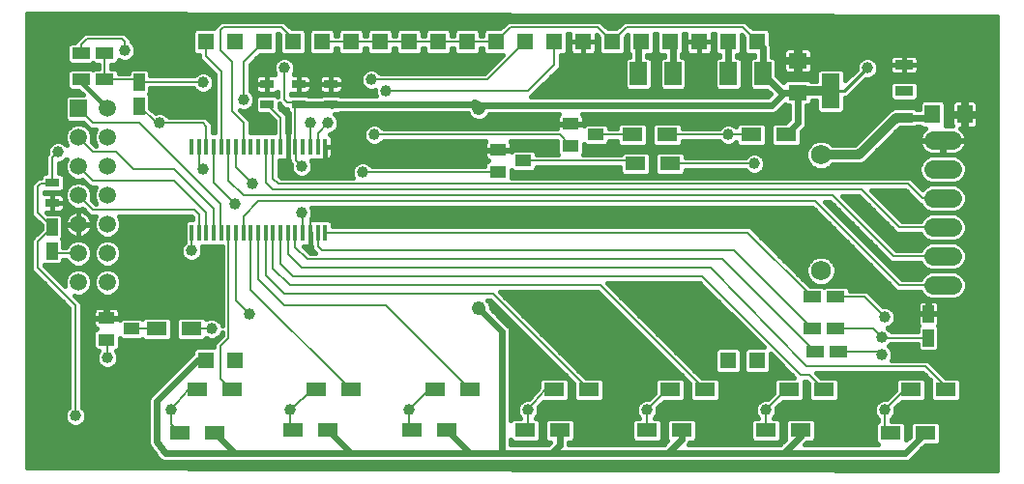
<source format=gbl>
G75*
%MOIN*%
%OFA0B0*%
%FSLAX24Y24*%
%IPPOS*%
%LPD*%
%AMOC8*
5,1,8,0,0,1.08239X$1,22.5*
%
%ADD10R,0.0560X0.0560*%
%ADD11R,0.0709X0.0472*%
%ADD12R,0.0551X0.0394*%
%ADD13R,0.0591X0.0787*%
%ADD14R,0.0140X0.0580*%
%ADD15R,0.0472X0.0315*%
%ADD16R,0.0590X0.0590*%
%ADD17C,0.0590*%
%ADD18R,0.0591X0.0394*%
%ADD19R,0.0394X0.0591*%
%ADD20C,0.0640*%
%ADD21R,0.0630X0.0330*%
%ADD22R,0.0630X0.1190*%
%ADD23R,0.0551X0.0630*%
%ADD24R,0.0630X0.0551*%
%ADD25C,0.0680*%
%ADD26C,0.0160*%
%ADD27C,0.0397*%
%ADD28C,0.0080*%
%ADD29C,0.0240*%
%ADD30C,0.0320*%
%ADD31C,0.0476*%
%ADD32C,0.0100*%
D10*
X007643Y005540D03*
X008643Y005540D03*
X025643Y005540D03*
X026643Y005540D03*
X026643Y016540D03*
X025643Y016540D03*
X024643Y016540D03*
X023643Y016540D03*
X022643Y016540D03*
X021643Y016540D03*
X020643Y016540D03*
X019643Y016540D03*
X018643Y016540D03*
X017643Y016540D03*
X016643Y016540D03*
X015643Y016540D03*
X014643Y016540D03*
X013643Y016540D03*
X012643Y016540D03*
X011643Y016540D03*
X010643Y016540D03*
X009643Y016540D03*
X008643Y016540D03*
X007643Y016540D03*
D11*
X022353Y013340D03*
X023533Y013340D03*
X023633Y012340D03*
X022453Y012340D03*
X026453Y013340D03*
X027633Y013340D03*
X027753Y004540D03*
X028933Y004540D03*
X028133Y003140D03*
X026953Y003140D03*
X024833Y004540D03*
X023653Y004540D03*
X024033Y003140D03*
X022853Y003140D03*
X020833Y004540D03*
X019653Y004540D03*
X019833Y003140D03*
X018653Y003140D03*
X016733Y004540D03*
X015553Y004540D03*
X015933Y003140D03*
X014753Y003140D03*
X012633Y004540D03*
X011453Y004540D03*
X011833Y003140D03*
X010653Y003140D03*
X008533Y004540D03*
X007353Y004540D03*
X007933Y003040D03*
X006753Y003040D03*
X007133Y006640D03*
X005953Y006640D03*
X031253Y003040D03*
X032433Y003040D03*
X031953Y004540D03*
X033133Y004540D03*
D12*
X020210Y012966D03*
X021076Y013340D03*
X020210Y013714D03*
X018576Y012440D03*
X017710Y012066D03*
X017710Y012814D03*
X005076Y006640D03*
X004210Y006266D03*
X004210Y007014D03*
D13*
X022553Y015440D03*
X023734Y015440D03*
X025653Y015440D03*
X026834Y015440D03*
D14*
X011743Y012930D03*
X011493Y012930D03*
X011233Y012930D03*
X010983Y012930D03*
X010723Y012930D03*
X010463Y012930D03*
X010213Y012930D03*
X009953Y012930D03*
X009703Y012930D03*
X009443Y012930D03*
X009183Y012930D03*
X008933Y012930D03*
X008673Y012930D03*
X008423Y012930D03*
X008163Y012930D03*
X007903Y012930D03*
X007653Y012930D03*
X007393Y012930D03*
X007143Y012930D03*
X007143Y009950D03*
X007393Y009950D03*
X007653Y009950D03*
X007903Y009950D03*
X008163Y009950D03*
X008423Y009950D03*
X008673Y009950D03*
X008933Y009950D03*
X009183Y009950D03*
X009443Y009950D03*
X009703Y009950D03*
X009953Y009950D03*
X010213Y009950D03*
X010463Y009950D03*
X010723Y009950D03*
X010983Y009950D03*
X011233Y009950D03*
X011493Y009950D03*
X011743Y009950D03*
D15*
X011943Y014386D03*
X011943Y015094D03*
X010843Y015094D03*
X010843Y014386D03*
X009743Y014386D03*
X009743Y015094D03*
X002343Y011694D03*
X002343Y010986D03*
D16*
X003243Y014240D03*
D17*
X004243Y014240D03*
X004243Y013240D03*
X003243Y013240D03*
X003243Y012240D03*
X004243Y012240D03*
X004243Y011240D03*
X003243Y011240D03*
X003243Y010240D03*
X004243Y010240D03*
X004243Y009240D03*
X003243Y009240D03*
X003243Y008240D03*
X004243Y008240D03*
D18*
X004158Y015240D03*
X003329Y015240D03*
X003329Y016140D03*
X004158Y016140D03*
X028529Y007740D03*
X029358Y007740D03*
X029358Y006640D03*
X028529Y006640D03*
X028629Y005840D03*
X029458Y005840D03*
D19*
X032543Y006326D03*
X032543Y007154D03*
X005343Y014326D03*
X005343Y015154D03*
X002343Y010154D03*
X002343Y009326D03*
D20*
X032723Y009140D02*
X033363Y009140D01*
X033363Y008140D02*
X032723Y008140D01*
X032723Y010140D02*
X033363Y010140D01*
X033363Y011140D02*
X032723Y011140D01*
X032723Y012140D02*
X033363Y012140D01*
X033363Y013140D02*
X032723Y013140D01*
D21*
X031703Y013930D03*
X031703Y014840D03*
X031703Y015750D03*
D22*
X029183Y014840D03*
D23*
X032692Y014040D03*
X033795Y014040D03*
D24*
X028043Y014789D03*
X028043Y015891D03*
D25*
X028843Y012640D03*
X028843Y008640D03*
D26*
X001463Y001859D02*
X001463Y017519D01*
X034923Y017421D01*
X034923Y001761D01*
X001463Y001859D01*
X001463Y001867D02*
X034923Y001867D01*
X034923Y002025D02*
X001463Y002025D01*
X001463Y002184D02*
X005983Y002184D01*
X005981Y002190D02*
X005989Y002170D01*
X006016Y002143D01*
X006039Y002112D01*
X006058Y002101D01*
X006073Y002086D01*
X006109Y002071D01*
X006142Y002051D01*
X006163Y002048D01*
X006184Y002040D01*
X006222Y002040D01*
X006260Y002035D01*
X006281Y002040D01*
X031793Y002040D01*
X031903Y002086D01*
X032442Y002624D01*
X032862Y002624D01*
X032968Y002729D01*
X032968Y003351D01*
X032862Y003456D01*
X032005Y003456D01*
X031899Y003351D01*
X031899Y002930D01*
X031788Y002818D01*
X031788Y003351D01*
X031682Y003456D01*
X031263Y003456D01*
X031263Y003525D01*
X031364Y003626D01*
X031422Y003765D01*
X031422Y003907D01*
X031638Y004124D01*
X032382Y004124D01*
X032488Y004229D01*
X032488Y004851D01*
X032382Y004956D01*
X031524Y004956D01*
X031419Y004851D01*
X031419Y004527D01*
X031111Y004218D01*
X030968Y004218D01*
X030829Y004161D01*
X030723Y004054D01*
X030665Y003915D01*
X030665Y003765D01*
X030723Y003626D01*
X030823Y003525D01*
X030823Y003455D01*
X030719Y003351D01*
X030719Y002729D01*
X030808Y002640D01*
X028268Y002640D01*
X028351Y002724D01*
X028562Y002724D01*
X028668Y002829D01*
X028668Y003451D01*
X028562Y003556D01*
X027705Y003556D01*
X027599Y003451D01*
X027599Y002829D01*
X027604Y002825D01*
X027419Y002640D01*
X024268Y002640D01*
X024288Y002660D01*
X024314Y002724D01*
X024462Y002724D01*
X024568Y002829D01*
X024568Y003451D01*
X024462Y003556D01*
X023605Y003556D01*
X023499Y003451D01*
X023499Y002829D01*
X023554Y002775D01*
X023419Y002640D01*
X020133Y002640D01*
X020133Y002724D01*
X020262Y002724D01*
X020368Y002829D01*
X020368Y003451D01*
X020262Y003556D01*
X019405Y003556D01*
X019299Y003451D01*
X019299Y002829D01*
X019405Y002724D01*
X019503Y002724D01*
X019419Y002640D01*
X018143Y002640D01*
X018143Y002805D01*
X018224Y002724D01*
X019082Y002724D01*
X019188Y002829D01*
X019188Y003451D01*
X019082Y003556D01*
X018995Y003556D01*
X019064Y003626D01*
X019122Y003765D01*
X019122Y003915D01*
X019114Y003934D01*
X019276Y004124D01*
X020082Y004124D01*
X020188Y004229D01*
X020188Y004851D01*
X020082Y004956D01*
X019224Y004956D01*
X019119Y004851D01*
X019119Y004616D01*
X018778Y004218D01*
X018668Y004218D01*
X018529Y004161D01*
X018423Y004054D01*
X018365Y003915D01*
X018365Y003765D01*
X018423Y003626D01*
X018492Y003556D01*
X018224Y003556D01*
X018143Y003475D01*
X018143Y006600D01*
X018098Y006710D01*
X018013Y006794D01*
X017461Y007346D01*
X017461Y007423D01*
X017398Y007577D01*
X017354Y007620D01*
X017442Y007620D01*
X020299Y004763D01*
X020299Y004229D01*
X020405Y004124D01*
X021262Y004124D01*
X021368Y004229D01*
X021368Y004851D01*
X021262Y004956D01*
X020728Y004956D01*
X017765Y007920D01*
X021142Y007920D01*
X024299Y004763D01*
X024299Y004229D01*
X024405Y004124D01*
X025262Y004124D01*
X025368Y004229D01*
X025368Y004851D01*
X025262Y004956D01*
X024728Y004956D01*
X021465Y008220D01*
X024652Y008220D01*
X026872Y006000D01*
X026289Y006000D01*
X026183Y005895D01*
X026183Y005185D01*
X026289Y005080D01*
X026998Y005080D01*
X027103Y005185D01*
X027103Y005769D01*
X027916Y004956D01*
X027324Y004956D01*
X027219Y004851D01*
X027219Y004427D01*
X027011Y004218D01*
X026868Y004218D01*
X026729Y004161D01*
X026623Y004054D01*
X026565Y003915D01*
X026565Y003765D01*
X026623Y003626D01*
X026692Y003556D01*
X026524Y003556D01*
X026419Y003451D01*
X026419Y002829D01*
X026524Y002724D01*
X027382Y002724D01*
X027488Y002829D01*
X027488Y003451D01*
X027382Y003556D01*
X027195Y003556D01*
X027264Y003626D01*
X027322Y003765D01*
X027322Y003907D01*
X027538Y004124D01*
X028182Y004124D01*
X028288Y004229D01*
X028288Y004820D01*
X028342Y004820D01*
X028399Y004763D01*
X028399Y004229D01*
X028505Y004124D01*
X029362Y004124D01*
X029468Y004229D01*
X029468Y004851D01*
X029362Y004956D01*
X028828Y004956D01*
X028665Y005120D01*
X032352Y005120D01*
X032610Y004862D01*
X032599Y004851D01*
X032599Y004229D01*
X032705Y004124D01*
X033562Y004124D01*
X033668Y004229D01*
X033668Y004851D01*
X033562Y004956D01*
X033138Y004956D01*
X032663Y005431D01*
X032534Y005560D01*
X031278Y005560D01*
X031322Y005665D01*
X031322Y005815D01*
X031264Y005954D01*
X031179Y006040D01*
X031244Y006106D01*
X032166Y006106D01*
X032166Y005956D01*
X032272Y005850D01*
X032815Y005850D01*
X032920Y005956D01*
X032920Y006695D01*
X032876Y006740D01*
X032884Y006749D01*
X032908Y006790D01*
X032920Y006835D01*
X032920Y007136D01*
X032562Y007136D01*
X032562Y007173D01*
X032525Y007173D01*
X032525Y007630D01*
X032323Y007630D01*
X032277Y007617D01*
X032236Y007594D01*
X032202Y007560D01*
X032179Y007519D01*
X032166Y007473D01*
X032166Y007173D01*
X032525Y007173D01*
X032525Y007136D01*
X032166Y007136D01*
X032166Y006835D01*
X032179Y006790D01*
X032202Y006749D01*
X032211Y006740D01*
X032166Y006695D01*
X032166Y006546D01*
X031268Y006546D01*
X031264Y006554D01*
X031158Y006661D01*
X031137Y006669D01*
X031258Y006719D01*
X031364Y006826D01*
X031422Y006965D01*
X031422Y007115D01*
X031364Y007254D01*
X031258Y007361D01*
X031119Y007418D01*
X030976Y007418D01*
X030434Y007960D01*
X029833Y007960D01*
X029833Y008011D01*
X029728Y008117D01*
X028988Y008117D01*
X028943Y008072D01*
X028899Y008117D01*
X028463Y008117D01*
X026410Y010170D01*
X011993Y010170D01*
X011993Y010315D01*
X011888Y010420D01*
X011349Y010420D01*
X011344Y010415D01*
X011327Y010420D01*
X011259Y010420D01*
X011264Y010426D01*
X011322Y010565D01*
X011322Y010715D01*
X011278Y010820D01*
X028552Y010820D01*
X031323Y008049D01*
X031452Y007920D01*
X032273Y007920D01*
X032299Y007857D01*
X032440Y007716D01*
X032624Y007640D01*
X033463Y007640D01*
X033647Y007716D01*
X033787Y007857D01*
X033863Y008041D01*
X033863Y008239D01*
X033787Y008423D01*
X033647Y008564D01*
X033463Y008640D01*
X033647Y008716D01*
X033787Y008857D01*
X033863Y009041D01*
X033863Y009239D01*
X033787Y009423D01*
X033647Y009564D01*
X033463Y009640D01*
X033647Y009716D01*
X033787Y009857D01*
X033863Y010041D01*
X033863Y010239D01*
X033787Y010423D01*
X033647Y010564D01*
X033463Y010640D01*
X033647Y010716D01*
X033787Y010857D01*
X033863Y011041D01*
X033863Y011239D01*
X033787Y011423D01*
X033647Y011564D01*
X033463Y011640D01*
X033647Y011716D01*
X033787Y011857D01*
X033863Y012041D01*
X033863Y012239D01*
X033787Y012423D01*
X033647Y012564D01*
X033463Y012640D01*
X032624Y012640D01*
X032440Y012564D01*
X032299Y012423D01*
X032223Y012239D01*
X032223Y012041D01*
X032299Y011857D01*
X032440Y011716D01*
X032624Y011640D01*
X033463Y011640D01*
X032624Y011640D01*
X032440Y011564D01*
X032335Y011459D01*
X032063Y011731D01*
X031934Y011860D01*
X018166Y011860D01*
X018166Y012124D01*
X018226Y012063D01*
X018927Y012063D01*
X019032Y012169D01*
X021919Y012169D01*
X021919Y012220D02*
X021919Y012029D01*
X022024Y011924D01*
X022882Y011924D01*
X022988Y012029D01*
X022988Y012651D01*
X022882Y012756D01*
X022024Y012756D01*
X021928Y012660D01*
X020631Y012660D01*
X020666Y012695D01*
X020666Y013024D01*
X020726Y012963D01*
X021427Y012963D01*
X021532Y013069D01*
X021532Y013120D01*
X021819Y013120D01*
X021819Y013029D01*
X021924Y012924D01*
X022782Y012924D01*
X022888Y013029D01*
X022888Y013651D01*
X022782Y013756D01*
X021924Y013756D01*
X021819Y013651D01*
X021819Y013560D01*
X021532Y013560D01*
X021532Y013611D01*
X021427Y013717D01*
X020726Y013717D01*
X020666Y013656D01*
X020666Y013696D01*
X020229Y013696D01*
X020229Y013732D01*
X020666Y013732D01*
X020666Y013935D01*
X020654Y013980D01*
X020630Y014021D01*
X020611Y014040D01*
X027203Y014040D01*
X027313Y014086D01*
X027398Y014170D01*
X027607Y014380D01*
X027654Y014333D01*
X027743Y014333D01*
X027743Y013874D01*
X027625Y013756D01*
X027205Y013756D01*
X027099Y013651D01*
X027099Y013029D01*
X027205Y012924D01*
X028062Y012924D01*
X028168Y013029D01*
X028168Y013450D01*
X028298Y013580D01*
X028343Y013690D01*
X028343Y014333D01*
X028433Y014333D01*
X028538Y014439D01*
X028538Y014500D01*
X028688Y014500D01*
X028688Y014170D01*
X028794Y014065D01*
X029573Y014065D01*
X029678Y014170D01*
X029678Y014610D01*
X029739Y014610D01*
X030390Y015262D01*
X030519Y015262D01*
X030658Y015319D01*
X030764Y015426D01*
X030822Y015565D01*
X030822Y015715D01*
X030764Y015854D01*
X030658Y015961D01*
X030519Y016018D01*
X030368Y016018D01*
X030229Y015961D01*
X030123Y015854D01*
X030065Y015715D01*
X030065Y015587D01*
X029678Y015200D01*
X029678Y015510D01*
X029573Y015615D01*
X028794Y015615D01*
X028688Y015510D01*
X028688Y015180D01*
X028497Y015180D01*
X028433Y015244D01*
X027654Y015244D01*
X027554Y015144D01*
X027309Y015389D01*
X027309Y015908D01*
X027204Y016014D01*
X027134Y016014D01*
X027134Y016409D01*
X027103Y016483D01*
X027103Y016895D01*
X026998Y017000D01*
X026494Y017000D01*
X026234Y017260D01*
X022052Y017260D01*
X021923Y017131D01*
X021792Y017000D01*
X021494Y017000D01*
X021234Y017260D01*
X018052Y017260D01*
X017923Y017131D01*
X017792Y017000D01*
X017289Y017000D01*
X017183Y016895D01*
X017183Y016760D01*
X017103Y016760D01*
X017103Y016895D01*
X016998Y017000D01*
X016289Y017000D01*
X016183Y016895D01*
X016183Y016760D01*
X016103Y016760D01*
X016103Y016895D01*
X015998Y017000D01*
X015289Y017000D01*
X015183Y016895D01*
X015183Y016760D01*
X015103Y016760D01*
X015103Y016895D01*
X014998Y017000D01*
X014289Y017000D01*
X014183Y016895D01*
X014183Y016760D01*
X014103Y016760D01*
X014103Y016895D01*
X013998Y017000D01*
X013289Y017000D01*
X013183Y016895D01*
X013183Y016760D01*
X013103Y016760D01*
X013103Y016895D01*
X012998Y017000D01*
X012289Y017000D01*
X012183Y016895D01*
X012183Y016760D01*
X012103Y016760D01*
X012103Y016895D01*
X011998Y017000D01*
X011289Y017000D01*
X011183Y016895D01*
X011183Y016185D01*
X011289Y016080D01*
X011998Y016080D01*
X012103Y016185D01*
X012103Y016320D01*
X012183Y016320D01*
X012183Y016185D01*
X012289Y016080D01*
X012998Y016080D01*
X013103Y016185D01*
X013103Y016320D01*
X013183Y016320D01*
X013183Y016185D01*
X013289Y016080D01*
X013998Y016080D01*
X014103Y016185D01*
X014103Y016320D01*
X014183Y016320D01*
X014183Y016185D01*
X014289Y016080D01*
X014998Y016080D01*
X015103Y016185D01*
X015103Y016320D01*
X015183Y016320D01*
X015183Y016185D01*
X015289Y016080D01*
X015998Y016080D01*
X016103Y016185D01*
X016103Y016320D01*
X016183Y016320D01*
X016183Y016185D01*
X016289Y016080D01*
X016998Y016080D01*
X017103Y016185D01*
X017103Y016320D01*
X017183Y016320D01*
X017183Y016185D01*
X017289Y016080D01*
X017872Y016080D01*
X017252Y015460D01*
X013659Y015460D01*
X013558Y015561D01*
X013419Y015618D01*
X013268Y015618D01*
X013129Y015561D01*
X013023Y015454D01*
X012965Y015315D01*
X012965Y015165D01*
X013023Y015026D01*
X013129Y014919D01*
X013268Y014862D01*
X013419Y014862D01*
X013465Y014881D01*
X013465Y014765D01*
X013498Y014686D01*
X012292Y014686D01*
X012254Y014723D01*
X011633Y014723D01*
X011595Y014686D01*
X011192Y014686D01*
X011154Y014723D01*
X010563Y014723D01*
X010563Y014762D01*
X010583Y014757D01*
X010843Y014757D01*
X010843Y015094D01*
X010843Y015094D01*
X010843Y014757D01*
X011103Y014757D01*
X011149Y014769D01*
X011190Y014793D01*
X011224Y014826D01*
X011247Y014867D01*
X011260Y014913D01*
X011260Y015094D01*
X010843Y015094D01*
X010843Y015432D01*
X010667Y015432D01*
X010722Y015565D01*
X010722Y015715D01*
X010664Y015854D01*
X010558Y015961D01*
X010419Y016018D01*
X010268Y016018D01*
X010129Y015961D01*
X010023Y015854D01*
X009965Y015715D01*
X009965Y015565D01*
X010022Y015427D01*
X010003Y015432D01*
X009743Y015432D01*
X009483Y015432D01*
X009438Y015420D01*
X009397Y015396D01*
X009363Y015362D01*
X009339Y015321D01*
X009327Y015276D01*
X009327Y015094D01*
X009327Y014913D01*
X009339Y014867D01*
X009363Y014826D01*
X009397Y014793D01*
X009438Y014769D01*
X009483Y014757D01*
X009743Y014757D01*
X009743Y015094D01*
X009743Y015094D01*
X009327Y015094D01*
X009743Y015094D01*
X009743Y015094D01*
X009743Y014757D01*
X010003Y014757D01*
X010049Y014769D01*
X010090Y014793D01*
X010123Y014826D01*
X010123Y014654D01*
X010054Y014723D01*
X009433Y014723D01*
X009327Y014618D01*
X009327Y014154D01*
X009433Y014048D01*
X009770Y014048D01*
X009993Y013825D01*
X009993Y013400D01*
X009163Y013400D01*
X009163Y013831D01*
X008808Y014186D01*
X008868Y014162D01*
X009019Y014162D01*
X009158Y014219D01*
X009264Y014326D01*
X009322Y014465D01*
X009322Y014615D01*
X009264Y014754D01*
X009163Y014855D01*
X009163Y015749D01*
X009494Y016080D01*
X009998Y016080D01*
X010103Y016185D01*
X010103Y016820D01*
X010152Y016820D01*
X010183Y016789D01*
X010183Y016185D01*
X010289Y016080D01*
X010998Y016080D01*
X011103Y016185D01*
X011103Y016895D01*
X010998Y017000D01*
X010594Y017000D01*
X010334Y017260D01*
X008152Y017260D01*
X008052Y017160D01*
X007923Y017031D01*
X007923Y017000D01*
X007289Y017000D01*
X007183Y016895D01*
X007183Y016185D01*
X007289Y016080D01*
X007423Y016080D01*
X007423Y015949D01*
X007552Y015820D01*
X007943Y015429D01*
X007943Y013400D01*
X007873Y013400D01*
X007873Y013721D01*
X007763Y013831D01*
X007634Y013960D01*
X006359Y013960D01*
X006258Y014061D01*
X006119Y014118D01*
X005968Y014118D01*
X005893Y014087D01*
X005720Y014260D01*
X005720Y014695D01*
X005676Y014740D01*
X005720Y014785D01*
X005720Y014934D01*
X007219Y014934D01*
X007223Y014926D01*
X007329Y014819D01*
X007468Y014762D01*
X007619Y014762D01*
X007758Y014819D01*
X007864Y014926D01*
X007922Y015065D01*
X007922Y015215D01*
X007864Y015354D01*
X007758Y015461D01*
X007619Y015518D01*
X007468Y015518D01*
X007329Y015461D01*
X007243Y015374D01*
X005720Y015374D01*
X005720Y015524D01*
X005615Y015630D01*
X005072Y015630D01*
X004966Y015524D01*
X004966Y015460D01*
X004633Y015460D01*
X004633Y015511D01*
X004528Y015617D01*
X004378Y015617D01*
X004378Y015763D01*
X004528Y015763D01*
X004633Y015869D01*
X004633Y015918D01*
X004768Y015862D01*
X004919Y015862D01*
X005058Y015919D01*
X005164Y016026D01*
X005222Y016165D01*
X005222Y016315D01*
X005164Y016454D01*
X005063Y016555D01*
X005063Y016631D01*
X004963Y016731D01*
X004834Y016860D01*
X003452Y016860D01*
X003252Y016660D01*
X003123Y016531D01*
X003123Y016517D01*
X002959Y016517D01*
X002854Y016411D01*
X002854Y015869D01*
X002959Y015763D01*
X003699Y015763D01*
X003743Y015808D01*
X003788Y015763D01*
X003938Y015763D01*
X003938Y015617D01*
X003788Y015617D01*
X003743Y015572D01*
X003699Y015617D01*
X002959Y015617D01*
X002854Y015511D01*
X002854Y014969D01*
X002959Y014863D01*
X003252Y014863D01*
X003401Y014715D01*
X002874Y014715D01*
X002768Y014610D01*
X002768Y013870D01*
X002874Y013765D01*
X003407Y013765D01*
X003523Y013649D01*
X003652Y013520D01*
X003852Y013520D01*
X003841Y013509D01*
X003768Y013334D01*
X003768Y013146D01*
X003841Y012971D01*
X003852Y012960D01*
X003834Y012960D01*
X003698Y013096D01*
X003718Y013146D01*
X003718Y013334D01*
X003646Y013509D01*
X003512Y013643D01*
X003338Y013715D01*
X003149Y013715D01*
X002974Y013643D01*
X002841Y013509D01*
X002768Y013334D01*
X002768Y013146D01*
X002836Y012983D01*
X002758Y013061D01*
X002619Y013118D01*
X002468Y013118D01*
X002329Y013061D01*
X002223Y012954D01*
X002165Y012815D01*
X002165Y012673D01*
X002123Y012631D01*
X002123Y012032D01*
X002033Y012032D01*
X001927Y011926D01*
X001927Y011860D01*
X001852Y011860D01*
X001723Y011731D01*
X001623Y011631D01*
X001623Y010549D01*
X001752Y010420D01*
X001966Y010206D01*
X001966Y010089D01*
X001623Y009745D01*
X001623Y008649D01*
X001752Y008520D01*
X002923Y007349D01*
X002923Y003955D01*
X002823Y003854D01*
X002765Y003715D01*
X002765Y003565D01*
X002823Y003426D01*
X002929Y003319D01*
X003068Y003262D01*
X003219Y003262D01*
X003358Y003319D01*
X003464Y003426D01*
X003522Y003565D01*
X003522Y003715D01*
X003464Y003854D01*
X003363Y003955D01*
X003363Y007531D01*
X003116Y007779D01*
X003149Y007765D01*
X003338Y007765D01*
X003512Y007837D01*
X003646Y007971D01*
X003718Y008146D01*
X003718Y008334D01*
X003646Y008509D01*
X003512Y008643D01*
X003338Y008715D01*
X003149Y008715D01*
X002974Y008643D01*
X002841Y008509D01*
X002768Y008334D01*
X002768Y008146D01*
X002782Y008112D01*
X002063Y008831D01*
X002063Y008859D01*
X002072Y008850D01*
X002615Y008850D01*
X002720Y008956D01*
X002720Y009020D01*
X002820Y009020D01*
X002841Y008971D01*
X002974Y008837D01*
X003149Y008765D01*
X003338Y008765D01*
X003512Y008837D01*
X003646Y008971D01*
X003718Y009146D01*
X003718Y009334D01*
X003646Y009509D01*
X003512Y009643D01*
X003338Y009715D01*
X003149Y009715D01*
X002974Y009643D01*
X002841Y009509D01*
X002820Y009460D01*
X002720Y009460D01*
X002720Y009695D01*
X002676Y009740D01*
X002720Y009785D01*
X002720Y010524D01*
X002615Y010630D01*
X002165Y010630D01*
X002146Y010648D01*
X002343Y010648D01*
X002343Y010986D01*
X002343Y011323D01*
X002083Y011323D01*
X002063Y011318D01*
X002063Y011357D01*
X002654Y011357D01*
X002760Y011462D01*
X002760Y011926D01*
X002654Y012032D01*
X002563Y012032D01*
X002563Y012362D01*
X002619Y012362D01*
X002758Y012419D01*
X002836Y012497D01*
X002768Y012334D01*
X002768Y012146D01*
X002841Y011971D01*
X002974Y011837D01*
X003149Y011765D01*
X003338Y011765D01*
X003387Y011785D01*
X003523Y011649D01*
X003652Y011520D01*
X003852Y011520D01*
X003841Y011509D01*
X003768Y011334D01*
X003768Y011146D01*
X003841Y010971D01*
X003852Y010960D01*
X003834Y010960D01*
X003698Y011096D01*
X003718Y011146D01*
X003718Y011334D01*
X003646Y011509D01*
X003512Y011643D01*
X003338Y011715D01*
X003149Y011715D01*
X002974Y011643D01*
X002841Y011509D01*
X002768Y011334D01*
X002768Y011146D01*
X002841Y010971D01*
X002974Y010837D01*
X003149Y010765D01*
X003338Y010765D01*
X003387Y010785D01*
X003523Y010649D01*
X003652Y010520D01*
X003852Y010520D01*
X003841Y010509D01*
X003768Y010334D01*
X003768Y010146D01*
X003841Y009971D01*
X003974Y009837D01*
X004149Y009765D01*
X004338Y009765D01*
X004512Y009837D01*
X004646Y009971D01*
X004718Y010146D01*
X004718Y010334D01*
X004646Y010509D01*
X004635Y010520D01*
X007152Y010520D01*
X007173Y010499D01*
X007173Y010420D01*
X006999Y010420D01*
X006893Y010315D01*
X006893Y009625D01*
X006823Y009554D01*
X006765Y009415D01*
X006765Y009265D01*
X006823Y009126D01*
X006929Y009019D01*
X007068Y008962D01*
X007219Y008962D01*
X007358Y009019D01*
X007464Y009126D01*
X007522Y009265D01*
X007522Y009415D01*
X007495Y009480D01*
X008203Y009480D01*
X008203Y006760D01*
X008164Y006854D01*
X008058Y006961D01*
X007919Y007018D01*
X007768Y007018D01*
X007649Y006969D01*
X007562Y007056D01*
X006705Y007056D01*
X006599Y006951D01*
X006599Y006329D01*
X006705Y006224D01*
X007562Y006224D01*
X007649Y006311D01*
X007768Y006262D01*
X007919Y006262D01*
X008058Y006319D01*
X008164Y006426D01*
X008203Y006520D01*
X008203Y006411D01*
X008052Y006260D01*
X007923Y006131D01*
X007923Y006000D01*
X007289Y006000D01*
X007183Y005895D01*
X007183Y005798D01*
X007173Y005794D01*
X005773Y004394D01*
X005689Y004310D01*
X005643Y004200D01*
X005643Y002761D01*
X005638Y002723D01*
X005643Y002702D01*
X005643Y002680D01*
X005658Y002645D01*
X005668Y002608D01*
X005681Y002590D01*
X005689Y002570D01*
X005716Y002543D01*
X005981Y002190D01*
X005867Y002342D02*
X001463Y002342D01*
X001463Y002501D02*
X005748Y002501D01*
X005652Y002659D02*
X001463Y002659D01*
X001463Y002818D02*
X005643Y002818D01*
X005643Y002976D02*
X001463Y002976D01*
X001463Y003135D02*
X005643Y003135D01*
X005643Y003293D02*
X003294Y003293D01*
X003475Y003452D02*
X005643Y003452D01*
X005643Y003610D02*
X003522Y003610D01*
X003500Y003769D02*
X005643Y003769D01*
X005643Y003927D02*
X003391Y003927D01*
X003363Y004086D02*
X005643Y004086D01*
X005662Y004244D02*
X003363Y004244D01*
X003363Y004403D02*
X005782Y004403D01*
X005940Y004561D02*
X003363Y004561D01*
X003363Y004720D02*
X006099Y004720D01*
X006257Y004878D02*
X003363Y004878D01*
X003363Y005037D02*
X006416Y005037D01*
X006574Y005195D02*
X003363Y005195D01*
X003363Y005354D02*
X003995Y005354D01*
X004029Y005319D02*
X004168Y005262D01*
X004319Y005262D01*
X004458Y005319D01*
X004564Y005426D01*
X004622Y005565D01*
X004622Y005715D01*
X004564Y005854D01*
X004529Y005889D01*
X004560Y005889D01*
X004666Y005995D01*
X004666Y006324D01*
X004726Y006263D01*
X005427Y006263D01*
X005456Y006292D01*
X005524Y006224D01*
X006382Y006224D01*
X006488Y006329D01*
X006488Y006951D01*
X006382Y007056D01*
X005524Y007056D01*
X005456Y006988D01*
X005427Y007017D01*
X004726Y007017D01*
X004666Y006956D01*
X004666Y006996D01*
X004229Y006996D01*
X004229Y007032D01*
X004666Y007032D01*
X004666Y007235D01*
X004654Y007280D01*
X004630Y007321D01*
X004596Y007355D01*
X004555Y007379D01*
X004510Y007391D01*
X004229Y007391D01*
X004229Y007032D01*
X004192Y007032D01*
X004192Y006996D01*
X003755Y006996D01*
X003755Y006793D01*
X003767Y006748D01*
X003791Y006707D01*
X003824Y006673D01*
X003865Y006649D01*
X003890Y006643D01*
X003860Y006643D01*
X003755Y006537D01*
X003755Y005995D01*
X003860Y005889D01*
X003957Y005889D01*
X003923Y005854D01*
X003865Y005715D01*
X003865Y005565D01*
X003923Y005426D01*
X004029Y005319D01*
X003887Y005512D02*
X003363Y005512D01*
X003363Y005671D02*
X003865Y005671D01*
X003912Y005829D02*
X003363Y005829D01*
X003363Y005988D02*
X003762Y005988D01*
X003755Y006146D02*
X003363Y006146D01*
X003363Y006305D02*
X003755Y006305D01*
X003755Y006463D02*
X003363Y006463D01*
X003363Y006622D02*
X003839Y006622D01*
X003758Y006780D02*
X003363Y006780D01*
X003363Y006939D02*
X003755Y006939D01*
X003755Y007032D02*
X003755Y007235D01*
X003767Y007280D01*
X003791Y007321D01*
X003824Y007355D01*
X003865Y007379D01*
X003911Y007391D01*
X004192Y007391D01*
X004192Y007032D01*
X003755Y007032D01*
X003755Y007097D02*
X003363Y007097D01*
X003363Y007256D02*
X003760Y007256D01*
X003363Y007414D02*
X008203Y007414D01*
X008203Y007256D02*
X004660Y007256D01*
X004666Y007097D02*
X008203Y007097D01*
X008203Y006939D02*
X008080Y006939D01*
X008195Y006780D02*
X008203Y006780D01*
X008180Y006463D02*
X008203Y006463D01*
X008097Y006305D02*
X008022Y006305D01*
X007938Y006146D02*
X004666Y006146D01*
X004666Y006305D02*
X004685Y006305D01*
X004659Y005988D02*
X007276Y005988D01*
X007183Y005829D02*
X004575Y005829D01*
X004622Y005671D02*
X007050Y005671D01*
X006891Y005512D02*
X004600Y005512D01*
X004492Y005354D02*
X006733Y005354D01*
X006624Y006305D02*
X006463Y006305D01*
X006488Y006463D02*
X006599Y006463D01*
X006599Y006622D02*
X006488Y006622D01*
X006488Y006780D02*
X006599Y006780D01*
X006599Y006939D02*
X006488Y006939D01*
X007643Y006305D02*
X007664Y006305D01*
X008203Y007573D02*
X003322Y007573D01*
X003163Y007731D02*
X008203Y007731D01*
X008203Y007890D02*
X004565Y007890D01*
X004512Y007837D02*
X004646Y007971D01*
X004718Y008146D01*
X004718Y008334D01*
X004646Y008509D01*
X004512Y008643D01*
X004338Y008715D01*
X004149Y008715D01*
X003974Y008643D01*
X003841Y008509D01*
X003768Y008334D01*
X003768Y008146D01*
X003841Y007971D01*
X003974Y007837D01*
X004149Y007765D01*
X004338Y007765D01*
X004512Y007837D01*
X004678Y008048D02*
X008203Y008048D01*
X008203Y008207D02*
X004718Y008207D01*
X004706Y008365D02*
X008203Y008365D01*
X008203Y008524D02*
X004632Y008524D01*
X004417Y008682D02*
X008203Y008682D01*
X008203Y008841D02*
X004516Y008841D01*
X004512Y008837D02*
X004646Y008971D01*
X004718Y009146D01*
X004718Y009334D01*
X004646Y009509D01*
X004512Y009643D01*
X004338Y009715D01*
X004149Y009715D01*
X003974Y009643D01*
X003841Y009509D01*
X003768Y009334D01*
X003768Y009146D01*
X003841Y008971D01*
X003974Y008837D01*
X004149Y008765D01*
X004338Y008765D01*
X004512Y008837D01*
X004658Y008999D02*
X006978Y008999D01*
X006809Y009158D02*
X004718Y009158D01*
X004718Y009316D02*
X006765Y009316D01*
X006789Y009475D02*
X004660Y009475D01*
X004522Y009633D02*
X006893Y009633D01*
X006893Y009792D02*
X004402Y009792D01*
X004625Y009950D02*
X006893Y009950D01*
X006893Y010109D02*
X004703Y010109D01*
X004718Y010267D02*
X006893Y010267D01*
X007173Y010426D02*
X004681Y010426D01*
X004085Y009792D02*
X003400Y009792D01*
X003426Y009800D02*
X003492Y009834D01*
X003553Y009878D01*
X003606Y009931D01*
X003650Y009991D01*
X003684Y010058D01*
X003707Y010129D01*
X003718Y010203D01*
X003718Y010232D01*
X003251Y010232D01*
X003251Y009765D01*
X003281Y009765D01*
X003355Y009777D01*
X003426Y009800D01*
X003251Y009792D02*
X003236Y009792D01*
X003236Y009765D02*
X003236Y010232D01*
X003251Y010232D01*
X003251Y010248D01*
X003236Y010248D01*
X003236Y010715D01*
X003206Y010715D01*
X003132Y010703D01*
X003061Y010680D01*
X002994Y010646D01*
X002934Y010602D01*
X002881Y010549D01*
X002837Y010489D01*
X002803Y010422D01*
X002780Y010351D01*
X002768Y010277D01*
X002768Y010248D01*
X003236Y010248D01*
X003236Y010232D01*
X002768Y010232D01*
X002768Y010203D01*
X002780Y010129D01*
X002803Y010058D01*
X002837Y009991D01*
X002881Y009931D01*
X002934Y009878D01*
X002994Y009834D01*
X003061Y009800D01*
X003132Y009777D01*
X003206Y009765D01*
X003236Y009765D01*
X003086Y009792D02*
X002720Y009792D01*
X002720Y009950D02*
X002867Y009950D01*
X002787Y010109D02*
X002720Y010109D01*
X002720Y010267D02*
X002768Y010267D01*
X002805Y010426D02*
X002720Y010426D01*
X002660Y010584D02*
X002916Y010584D01*
X002724Y010718D02*
X002747Y010759D01*
X002760Y010804D01*
X002760Y010986D01*
X002760Y011167D01*
X002747Y011213D01*
X002724Y011254D01*
X002690Y011287D01*
X002649Y011311D01*
X002603Y011323D01*
X002343Y011323D01*
X002343Y010986D01*
X002343Y010986D01*
X002343Y010986D01*
X002760Y010986D01*
X002343Y010986D01*
X002343Y010986D01*
X002343Y010648D01*
X002603Y010648D01*
X002649Y010660D01*
X002690Y010684D01*
X002724Y010718D01*
X002738Y010743D02*
X003430Y010743D01*
X003426Y010680D02*
X003355Y010703D01*
X003281Y010715D01*
X003251Y010715D01*
X003251Y010248D01*
X003718Y010248D01*
X003718Y010277D01*
X003707Y010351D01*
X003684Y010422D01*
X003650Y010489D01*
X003606Y010549D01*
X003553Y010602D01*
X003492Y010646D01*
X003426Y010680D01*
X003571Y010584D02*
X003588Y010584D01*
X003682Y010426D02*
X003806Y010426D01*
X003768Y010267D02*
X003718Y010267D01*
X003700Y010109D02*
X003784Y010109D01*
X003862Y009950D02*
X003620Y009950D01*
X003522Y009633D02*
X003965Y009633D01*
X003826Y009475D02*
X003660Y009475D01*
X003718Y009316D02*
X003768Y009316D01*
X003768Y009158D02*
X003718Y009158D01*
X003658Y008999D02*
X003829Y008999D01*
X003971Y008841D02*
X003516Y008841D01*
X003417Y008682D02*
X004069Y008682D01*
X003855Y008524D02*
X003632Y008524D01*
X003706Y008365D02*
X003781Y008365D01*
X003768Y008207D02*
X003718Y008207D01*
X003678Y008048D02*
X003809Y008048D01*
X003922Y007890D02*
X003565Y007890D01*
X002858Y007414D02*
X001463Y007414D01*
X001463Y007256D02*
X002923Y007256D01*
X002923Y007097D02*
X001463Y007097D01*
X001463Y006939D02*
X002923Y006939D01*
X002923Y006780D02*
X001463Y006780D01*
X001463Y006622D02*
X002923Y006622D01*
X002923Y006463D02*
X001463Y006463D01*
X001463Y006305D02*
X002923Y006305D01*
X002923Y006146D02*
X001463Y006146D01*
X001463Y005988D02*
X002923Y005988D01*
X002923Y005829D02*
X001463Y005829D01*
X001463Y005671D02*
X002923Y005671D01*
X002923Y005512D02*
X001463Y005512D01*
X001463Y005354D02*
X002923Y005354D01*
X002923Y005195D02*
X001463Y005195D01*
X001463Y005037D02*
X002923Y005037D01*
X002923Y004878D02*
X001463Y004878D01*
X001463Y004720D02*
X002923Y004720D01*
X002923Y004561D02*
X001463Y004561D01*
X001463Y004403D02*
X002923Y004403D01*
X002923Y004244D02*
X001463Y004244D01*
X001463Y004086D02*
X002923Y004086D01*
X002895Y003927D02*
X001463Y003927D01*
X001463Y003769D02*
X002787Y003769D01*
X002765Y003610D02*
X001463Y003610D01*
X001463Y003452D02*
X002812Y003452D01*
X002992Y003293D02*
X001463Y003293D01*
X004192Y007097D02*
X004229Y007097D01*
X004229Y007256D02*
X004192Y007256D01*
X002700Y007573D02*
X001463Y007573D01*
X001463Y007731D02*
X002541Y007731D01*
X002383Y007890D02*
X001463Y007890D01*
X001463Y008048D02*
X002224Y008048D01*
X002066Y008207D02*
X001463Y008207D01*
X001463Y008365D02*
X001907Y008365D01*
X001749Y008524D02*
X001463Y008524D01*
X001463Y008682D02*
X001623Y008682D01*
X001623Y008841D02*
X001463Y008841D01*
X001463Y008999D02*
X001623Y008999D01*
X001623Y009158D02*
X001463Y009158D01*
X001463Y009316D02*
X001623Y009316D01*
X001623Y009475D02*
X001463Y009475D01*
X001463Y009633D02*
X001623Y009633D01*
X001669Y009792D02*
X001463Y009792D01*
X001463Y009950D02*
X001828Y009950D01*
X001966Y010109D02*
X001463Y010109D01*
X001463Y010267D02*
X001905Y010267D01*
X001747Y010426D02*
X001463Y010426D01*
X001463Y010584D02*
X001623Y010584D01*
X001623Y010743D02*
X001463Y010743D01*
X001463Y010901D02*
X001623Y010901D01*
X001623Y011060D02*
X001463Y011060D01*
X001463Y011218D02*
X001623Y011218D01*
X001623Y011377D02*
X001463Y011377D01*
X001463Y011535D02*
X001623Y011535D01*
X001686Y011694D02*
X001463Y011694D01*
X001463Y011852D02*
X001844Y011852D01*
X002011Y012011D02*
X001463Y012011D01*
X001463Y012169D02*
X002123Y012169D01*
X002123Y012328D02*
X001463Y012328D01*
X001463Y012486D02*
X002123Y012486D01*
X002137Y012645D02*
X001463Y012645D01*
X001463Y012803D02*
X002165Y012803D01*
X002230Y012962D02*
X001463Y012962D01*
X001463Y013120D02*
X002779Y013120D01*
X002768Y013279D02*
X001463Y013279D01*
X001463Y013437D02*
X002811Y013437D01*
X002927Y013596D02*
X001463Y013596D01*
X001463Y013754D02*
X003418Y013754D01*
X003560Y013596D02*
X003577Y013596D01*
X003676Y013437D02*
X003811Y013437D01*
X003768Y013279D02*
X003718Y013279D01*
X003708Y013120D02*
X003779Y013120D01*
X003833Y012962D02*
X003850Y012962D01*
X002831Y012486D02*
X002825Y012486D01*
X002768Y012328D02*
X002563Y012328D01*
X002563Y012169D02*
X002768Y012169D01*
X002824Y012011D02*
X002675Y012011D01*
X002760Y011852D02*
X002960Y011852D01*
X003097Y011694D02*
X002760Y011694D01*
X002760Y011535D02*
X002867Y011535D01*
X002786Y011377D02*
X002674Y011377D01*
X002744Y011218D02*
X002768Y011218D01*
X002760Y011060D02*
X002804Y011060D01*
X002760Y010901D02*
X002911Y010901D01*
X003236Y010584D02*
X003251Y010584D01*
X003236Y010426D02*
X003251Y010426D01*
X003236Y010267D02*
X003251Y010267D01*
X003236Y010109D02*
X003251Y010109D01*
X003236Y009950D02*
X003251Y009950D01*
X002965Y009633D02*
X002720Y009633D01*
X002720Y009475D02*
X002826Y009475D01*
X002829Y008999D02*
X002720Y008999D01*
X002971Y008841D02*
X002063Y008841D01*
X002212Y008682D02*
X003069Y008682D01*
X002855Y008524D02*
X002371Y008524D01*
X002529Y008365D02*
X002781Y008365D01*
X002768Y008207D02*
X002688Y008207D01*
X002343Y010743D02*
X002343Y010743D01*
X002343Y010901D02*
X002343Y010901D01*
X002343Y011060D02*
X002343Y011060D01*
X002343Y011218D02*
X002343Y011218D01*
X003390Y011694D02*
X003479Y011694D01*
X003620Y011535D02*
X003637Y011535D01*
X003701Y011377D02*
X003786Y011377D01*
X003768Y011218D02*
X003718Y011218D01*
X003735Y011060D02*
X003804Y011060D01*
X007497Y009475D02*
X008203Y009475D01*
X008203Y009316D02*
X007522Y009316D01*
X007477Y009158D02*
X008203Y009158D01*
X008203Y008999D02*
X007309Y008999D01*
X011014Y009480D02*
X011128Y009480D01*
X011130Y009482D01*
X011140Y009480D01*
X011233Y009480D01*
X011233Y009585D01*
X011233Y009585D01*
X011233Y009950D01*
X011233Y009950D01*
X011233Y009480D01*
X011273Y009480D01*
X011273Y009399D01*
X011412Y009260D01*
X011234Y009260D01*
X011014Y009480D01*
X011020Y009475D02*
X011273Y009475D01*
X011233Y009633D02*
X011233Y009633D01*
X011233Y009792D02*
X011233Y009792D01*
X011178Y009316D02*
X011356Y009316D01*
X011993Y010267D02*
X029105Y010267D01*
X028947Y010426D02*
X011264Y010426D01*
X011322Y010584D02*
X028788Y010584D01*
X028630Y010743D02*
X011310Y010743D01*
X011019Y011862D02*
X010868Y011862D01*
X010729Y011919D01*
X010623Y012026D01*
X010565Y012165D01*
X010565Y012307D01*
X010523Y012349D01*
X010523Y012460D01*
X010463Y012460D01*
X010463Y012565D01*
X010463Y012565D01*
X010463Y012930D01*
X010463Y012930D01*
X010463Y013295D01*
X010463Y013400D01*
X010433Y013400D01*
X010433Y014007D01*
X010160Y014281D01*
X010160Y014413D01*
X010223Y014349D01*
X010352Y014220D01*
X010427Y014220D01*
X010427Y014154D01*
X010503Y014077D01*
X010503Y013400D01*
X010463Y013400D01*
X010463Y012930D01*
X010463Y012930D01*
X010463Y012460D01*
X010370Y012460D01*
X010360Y012462D01*
X010358Y012460D01*
X010173Y012460D01*
X010173Y011921D01*
X010234Y011860D01*
X012708Y011860D01*
X012665Y011965D01*
X012665Y012115D01*
X012723Y012254D01*
X012829Y012361D01*
X012968Y012418D01*
X013119Y012418D01*
X013258Y012361D01*
X013359Y012260D01*
X017255Y012260D01*
X017255Y012337D01*
X017360Y012443D01*
X017390Y012443D01*
X017365Y012449D01*
X017324Y012473D01*
X017291Y012507D01*
X017267Y012548D01*
X017255Y012593D01*
X017255Y012796D01*
X017692Y012796D01*
X017692Y012832D01*
X017255Y012832D01*
X017255Y013035D01*
X017267Y013080D01*
X017290Y013120D01*
X013759Y013120D01*
X013658Y013019D01*
X013519Y012962D01*
X013368Y012962D01*
X013229Y013019D01*
X013123Y013126D01*
X013065Y013265D01*
X013065Y013415D01*
X013123Y013554D01*
X013229Y013661D01*
X013368Y013718D01*
X013519Y013718D01*
X013658Y013661D01*
X013759Y013560D01*
X019755Y013560D01*
X019755Y013696D01*
X020192Y013696D01*
X020192Y013732D01*
X019755Y013732D01*
X019755Y013935D01*
X019767Y013980D01*
X019791Y014021D01*
X019809Y014040D01*
X017413Y014040D01*
X017398Y014003D01*
X017280Y013886D01*
X017126Y013822D01*
X016960Y013822D01*
X016807Y013886D01*
X016689Y014003D01*
X016655Y014086D01*
X012292Y014086D01*
X012254Y014048D01*
X012070Y014048D01*
X012164Y013954D01*
X012222Y013815D01*
X012222Y013665D01*
X012164Y013526D01*
X012058Y013419D01*
X011924Y013364D01*
X011957Y013331D01*
X011981Y013289D01*
X011993Y013244D01*
X011993Y012930D01*
X011743Y012930D01*
X011743Y012930D01*
X011743Y012565D01*
X011743Y012565D01*
X011743Y012460D01*
X011650Y012460D01*
X011640Y012462D01*
X011638Y012460D01*
X011259Y012460D01*
X011264Y012454D01*
X011322Y012315D01*
X011322Y012165D01*
X011264Y012026D01*
X011158Y011919D01*
X011019Y011862D01*
X011249Y012011D02*
X012665Y012011D01*
X012687Y012169D02*
X011322Y012169D01*
X011317Y012328D02*
X012796Y012328D01*
X013291Y012328D02*
X017255Y012328D01*
X017311Y012486D02*
X011907Y012486D01*
X011924Y012496D02*
X011957Y012529D01*
X011981Y012571D01*
X011993Y012616D01*
X011993Y012930D01*
X011743Y012930D01*
X011743Y012460D01*
X011837Y012460D01*
X011883Y012472D01*
X011924Y012496D01*
X011993Y012645D02*
X017255Y012645D01*
X017255Y012962D02*
X011993Y012962D01*
X011993Y013120D02*
X013128Y013120D01*
X013065Y013279D02*
X011984Y013279D01*
X012076Y013437D02*
X013074Y013437D01*
X013164Y013596D02*
X012193Y013596D01*
X012222Y013754D02*
X019755Y013754D01*
X019755Y013596D02*
X013723Y013596D01*
X013490Y014705D02*
X012272Y014705D01*
X012249Y014769D02*
X012290Y014793D01*
X012324Y014826D01*
X012347Y014867D01*
X012360Y014913D01*
X012360Y015094D01*
X011943Y015094D01*
X011943Y015094D01*
X011943Y014757D01*
X011683Y014757D01*
X011638Y014769D01*
X011597Y014793D01*
X011563Y014826D01*
X011539Y014867D01*
X011527Y014913D01*
X011527Y015094D01*
X011943Y015094D01*
X011943Y015094D01*
X011943Y014757D01*
X012203Y014757D01*
X012249Y014769D01*
X012345Y014864D02*
X013263Y014864D01*
X013423Y014864D02*
X013465Y014864D01*
X013026Y015022D02*
X012360Y015022D01*
X012360Y015094D02*
X012360Y015276D01*
X012347Y015321D01*
X012324Y015362D01*
X012290Y015396D01*
X012249Y015420D01*
X012203Y015432D01*
X011943Y015432D01*
X011683Y015432D01*
X011638Y015420D01*
X011597Y015396D01*
X011563Y015362D01*
X011539Y015321D01*
X011527Y015276D01*
X011527Y015094D01*
X011943Y015094D01*
X011943Y015432D01*
X011943Y015094D01*
X011943Y015094D01*
X011943Y015094D01*
X012360Y015094D01*
X012360Y015181D02*
X012965Y015181D01*
X012975Y015339D02*
X012337Y015339D01*
X011943Y015339D02*
X011943Y015339D01*
X011943Y015181D02*
X011943Y015181D01*
X011943Y015022D02*
X011943Y015022D01*
X011943Y014864D02*
X011943Y014864D01*
X011614Y014705D02*
X011172Y014705D01*
X011245Y014864D02*
X011542Y014864D01*
X011527Y015022D02*
X011260Y015022D01*
X011260Y015094D02*
X011260Y015276D01*
X011247Y015321D01*
X011224Y015362D01*
X011190Y015396D01*
X011149Y015420D01*
X011103Y015432D01*
X010843Y015432D01*
X010843Y015094D01*
X010843Y015094D01*
X010843Y015094D01*
X011260Y015094D01*
X011260Y015181D02*
X011527Y015181D01*
X011550Y015339D02*
X011237Y015339D01*
X010843Y015339D02*
X010843Y015339D01*
X010843Y015181D02*
X010843Y015181D01*
X010843Y015022D02*
X010843Y015022D01*
X010843Y014864D02*
X010843Y014864D01*
X010694Y015498D02*
X013066Y015498D01*
X013621Y015498D02*
X017290Y015498D01*
X017448Y015656D02*
X010722Y015656D01*
X010681Y015815D02*
X017607Y015815D01*
X017765Y015973D02*
X010528Y015973D01*
X010237Y016132D02*
X010049Y016132D01*
X010103Y016290D02*
X010183Y016290D01*
X010183Y016449D02*
X010103Y016449D01*
X010103Y016607D02*
X010183Y016607D01*
X010183Y016766D02*
X010103Y016766D01*
X010512Y017083D02*
X017875Y017083D01*
X018033Y017241D02*
X010353Y017241D01*
X011074Y016924D02*
X011213Y016924D01*
X011183Y016766D02*
X011103Y016766D01*
X011103Y016607D02*
X011183Y016607D01*
X011183Y016449D02*
X011103Y016449D01*
X011103Y016290D02*
X011183Y016290D01*
X011237Y016132D02*
X011049Y016132D01*
X012049Y016132D02*
X012237Y016132D01*
X012183Y016290D02*
X012103Y016290D01*
X012103Y016766D02*
X012183Y016766D01*
X012213Y016924D02*
X012074Y016924D01*
X013074Y016924D02*
X013213Y016924D01*
X013183Y016766D02*
X013103Y016766D01*
X014074Y016924D02*
X014213Y016924D01*
X014183Y016766D02*
X014103Y016766D01*
X014103Y016290D02*
X014183Y016290D01*
X014237Y016132D02*
X014049Y016132D01*
X013237Y016132D02*
X013049Y016132D01*
X013103Y016290D02*
X013183Y016290D01*
X015049Y016132D02*
X015237Y016132D01*
X015183Y016290D02*
X015103Y016290D01*
X016049Y016132D02*
X016237Y016132D01*
X016183Y016290D02*
X016103Y016290D01*
X016103Y016766D02*
X016183Y016766D01*
X016213Y016924D02*
X016074Y016924D01*
X015213Y016924D02*
X015074Y016924D01*
X015103Y016766D02*
X015183Y016766D01*
X017074Y016924D02*
X017213Y016924D01*
X017183Y016766D02*
X017103Y016766D01*
X017103Y016290D02*
X017183Y016290D01*
X017237Y016132D02*
X017049Y016132D01*
X019078Y014864D02*
X026986Y014864D01*
X026983Y014866D02*
X027114Y014735D01*
X027019Y014640D01*
X018854Y014640D01*
X019734Y015520D01*
X019863Y015649D01*
X019863Y016080D01*
X019998Y016080D01*
X020103Y016185D01*
X020103Y016820D01*
X020183Y016820D01*
X020183Y016540D01*
X020643Y016540D01*
X020183Y016540D01*
X020183Y016236D01*
X020196Y016191D01*
X020219Y016149D01*
X020253Y016116D01*
X020294Y016092D01*
X020340Y016080D01*
X020643Y016080D01*
X020643Y016540D01*
X020643Y016540D01*
X020643Y016540D01*
X020643Y016080D01*
X020947Y016080D01*
X020993Y016092D01*
X021034Y016116D01*
X021067Y016149D01*
X021091Y016191D01*
X021103Y016236D01*
X021103Y016540D01*
X021103Y016769D01*
X021183Y016689D01*
X021183Y016185D01*
X021289Y016080D01*
X021998Y016080D01*
X022103Y016185D01*
X022103Y016689D01*
X022183Y016769D01*
X022183Y016185D01*
X022253Y016116D01*
X022253Y016014D01*
X022183Y016014D01*
X022078Y015908D01*
X022078Y014972D01*
X022183Y014866D01*
X022923Y014866D01*
X023028Y014972D01*
X023028Y015908D01*
X022923Y016014D01*
X022853Y016014D01*
X022853Y016080D01*
X022998Y016080D01*
X023103Y016185D01*
X023103Y016820D01*
X023183Y016820D01*
X023183Y016185D01*
X023289Y016080D01*
X023434Y016080D01*
X023434Y016014D01*
X023364Y016014D01*
X023259Y015908D01*
X023259Y014972D01*
X023364Y014866D01*
X024104Y014866D01*
X024209Y014972D01*
X024209Y015908D01*
X024104Y016014D01*
X024034Y016014D01*
X024034Y016116D01*
X024103Y016185D01*
X024103Y016820D01*
X024183Y016820D01*
X024183Y016540D01*
X024183Y016236D01*
X024196Y016191D01*
X024219Y016149D01*
X024253Y016116D01*
X024294Y016092D01*
X024340Y016080D01*
X024643Y016080D01*
X024643Y016540D01*
X024183Y016540D01*
X024643Y016540D01*
X024643Y016540D01*
X024643Y016540D01*
X024643Y016080D01*
X024947Y016080D01*
X024993Y016092D01*
X025034Y016116D01*
X025067Y016149D01*
X025091Y016191D01*
X025103Y016236D01*
X025103Y016540D01*
X025103Y016820D01*
X025183Y016820D01*
X025183Y016185D01*
X025289Y016080D01*
X025353Y016080D01*
X025353Y016014D01*
X025283Y016014D01*
X025178Y015908D01*
X025178Y014972D01*
X025283Y014866D01*
X026023Y014866D01*
X026128Y014972D01*
X026128Y015908D01*
X026023Y016014D01*
X025953Y016014D01*
X025953Y016080D01*
X025998Y016080D01*
X026103Y016185D01*
X026103Y016769D01*
X026183Y016689D01*
X026183Y016185D01*
X026289Y016080D01*
X026534Y016080D01*
X026534Y016014D01*
X026464Y016014D01*
X026359Y015908D01*
X026359Y014972D01*
X026464Y014866D01*
X026983Y014866D01*
X027084Y014705D02*
X018919Y014705D01*
X019236Y015022D02*
X022078Y015022D01*
X022078Y015181D02*
X019395Y015181D01*
X019553Y015339D02*
X022078Y015339D01*
X022078Y015498D02*
X019712Y015498D01*
X019863Y015656D02*
X022078Y015656D01*
X022078Y015815D02*
X019863Y015815D01*
X019863Y015973D02*
X022142Y015973D01*
X022049Y016132D02*
X022237Y016132D01*
X022183Y016290D02*
X022103Y016290D01*
X022103Y016449D02*
X022183Y016449D01*
X022183Y016607D02*
X022103Y016607D01*
X022180Y016766D02*
X022183Y016766D01*
X021875Y017083D02*
X021412Y017083D01*
X021253Y017241D02*
X022033Y017241D01*
X023103Y016766D02*
X023183Y016766D01*
X023183Y016607D02*
X023103Y016607D01*
X023103Y016449D02*
X023183Y016449D01*
X023183Y016290D02*
X023103Y016290D01*
X023049Y016132D02*
X023237Y016132D01*
X023323Y015973D02*
X022963Y015973D01*
X023028Y015815D02*
X023259Y015815D01*
X023259Y015656D02*
X023028Y015656D01*
X023028Y015498D02*
X023259Y015498D01*
X023259Y015339D02*
X023028Y015339D01*
X023028Y015181D02*
X023259Y015181D01*
X023259Y015022D02*
X023028Y015022D01*
X024209Y015022D02*
X025178Y015022D01*
X025178Y015181D02*
X024209Y015181D01*
X024209Y015339D02*
X025178Y015339D01*
X025178Y015498D02*
X024209Y015498D01*
X024209Y015656D02*
X025178Y015656D01*
X025178Y015815D02*
X024209Y015815D01*
X024144Y015973D02*
X025242Y015973D01*
X025237Y016132D02*
X025049Y016132D01*
X025103Y016290D02*
X025183Y016290D01*
X025183Y016449D02*
X025103Y016449D01*
X025103Y016540D02*
X024643Y016540D01*
X025103Y016540D01*
X025103Y016607D02*
X025183Y016607D01*
X025183Y016766D02*
X025103Y016766D01*
X024643Y016540D02*
X024643Y016540D01*
X024643Y016449D02*
X024643Y016449D01*
X024643Y016290D02*
X024643Y016290D01*
X024643Y016132D02*
X024643Y016132D01*
X024237Y016132D02*
X024049Y016132D01*
X024103Y016290D02*
X024183Y016290D01*
X024183Y016449D02*
X024103Y016449D01*
X024103Y016607D02*
X024183Y016607D01*
X024183Y016766D02*
X024103Y016766D01*
X026103Y016766D02*
X026107Y016766D01*
X026103Y016607D02*
X026183Y016607D01*
X026183Y016449D02*
X026103Y016449D01*
X026103Y016290D02*
X026183Y016290D01*
X026237Y016132D02*
X026049Y016132D01*
X026063Y015973D02*
X026423Y015973D01*
X026359Y015815D02*
X026128Y015815D01*
X026128Y015656D02*
X026359Y015656D01*
X026359Y015498D02*
X026128Y015498D01*
X026128Y015339D02*
X026359Y015339D01*
X026359Y015181D02*
X026128Y015181D01*
X026128Y015022D02*
X026359Y015022D01*
X027359Y015339D02*
X028688Y015339D01*
X028688Y015181D02*
X028497Y015181D01*
X028428Y015448D02*
X028469Y015472D01*
X028502Y015505D01*
X028526Y015546D01*
X028538Y015592D01*
X028538Y015833D01*
X028101Y015833D01*
X028101Y015436D01*
X028382Y015436D01*
X028428Y015448D01*
X028495Y015498D02*
X028688Y015498D01*
X028538Y015656D02*
X030065Y015656D01*
X030106Y015815D02*
X028538Y015815D01*
X028538Y015949D02*
X028538Y016190D01*
X028526Y016236D01*
X028502Y016277D01*
X028469Y016311D01*
X028428Y016335D01*
X028382Y016347D01*
X028101Y016347D01*
X028101Y015949D01*
X027986Y015949D01*
X027986Y016347D01*
X027705Y016347D01*
X027659Y016335D01*
X027618Y016311D01*
X027584Y016277D01*
X027561Y016236D01*
X027548Y016190D01*
X027548Y015949D01*
X027986Y015949D01*
X027986Y015833D01*
X028101Y015833D01*
X028101Y015949D01*
X028538Y015949D01*
X028538Y015973D02*
X030258Y015973D01*
X030628Y015973D02*
X031218Y015973D01*
X031221Y015984D02*
X031208Y015939D01*
X031208Y015753D01*
X031701Y015753D01*
X031701Y016095D01*
X031365Y016095D01*
X031319Y016083D01*
X031278Y016059D01*
X031244Y016026D01*
X031221Y015984D01*
X031208Y015815D02*
X030781Y015815D01*
X030822Y015656D02*
X031208Y015656D01*
X031208Y015747D02*
X031208Y015561D01*
X031221Y015516D01*
X031244Y015474D01*
X031278Y015441D01*
X031319Y015417D01*
X031365Y015405D01*
X031701Y015405D01*
X031701Y015747D01*
X031706Y015747D01*
X031706Y015405D01*
X032042Y015405D01*
X032088Y015417D01*
X032129Y015441D01*
X032162Y015474D01*
X032186Y015516D01*
X032198Y015561D01*
X032198Y015747D01*
X031706Y015747D01*
X031706Y015753D01*
X031701Y015753D01*
X031701Y015747D01*
X031208Y015747D01*
X031231Y015498D02*
X030794Y015498D01*
X030678Y015339D02*
X034923Y015339D01*
X034923Y015181D02*
X032097Y015181D01*
X032093Y015185D02*
X031314Y015185D01*
X031208Y015080D01*
X031208Y014600D01*
X031314Y014495D01*
X032093Y014495D01*
X032198Y014600D01*
X032198Y015080D01*
X032093Y015185D01*
X032198Y015022D02*
X034923Y015022D01*
X034923Y014864D02*
X032198Y014864D01*
X032198Y014705D02*
X034923Y014705D01*
X034923Y014547D02*
X032144Y014547D01*
X032237Y014430D02*
X032237Y014230D01*
X032138Y014230D01*
X032093Y014275D01*
X031314Y014275D01*
X031269Y014230D01*
X031241Y014218D01*
X030003Y012980D01*
X029239Y012980D01*
X029138Y013081D01*
X028947Y013160D01*
X028740Y013160D01*
X028549Y013081D01*
X028402Y012935D01*
X028323Y012743D01*
X028323Y012537D01*
X028402Y012345D01*
X028549Y012199D01*
X028740Y012120D01*
X028947Y012120D01*
X029138Y012199D01*
X029239Y012300D01*
X030211Y012300D01*
X030336Y012352D01*
X030432Y012447D01*
X031569Y013585D01*
X032093Y013585D01*
X032138Y013630D01*
X032257Y013630D01*
X032342Y013545D01*
X032430Y013545D01*
X032398Y013521D01*
X032342Y013466D01*
X032296Y013402D01*
X032260Y013332D01*
X032236Y013257D01*
X032223Y013179D01*
X032223Y013160D01*
X033023Y013160D01*
X033023Y013120D01*
X031104Y013120D01*
X030946Y012962D02*
X032256Y012962D01*
X032260Y012948D02*
X032296Y012878D01*
X032342Y012814D01*
X032398Y012759D01*
X032461Y012712D01*
X032531Y012677D01*
X032606Y012652D01*
X032684Y012640D01*
X033023Y012640D01*
X033023Y013120D01*
X032223Y013120D01*
X032223Y013101D01*
X032236Y013023D01*
X032260Y012948D01*
X032353Y012803D02*
X030787Y012803D01*
X030629Y012645D02*
X032655Y012645D01*
X032362Y012486D02*
X030470Y012486D01*
X030277Y012328D02*
X032260Y012328D01*
X032223Y012169D02*
X029065Y012169D01*
X028622Y012169D02*
X026882Y012169D01*
X026864Y012126D02*
X026922Y012265D01*
X026922Y012415D01*
X026864Y012554D01*
X026758Y012661D01*
X026619Y012718D01*
X026468Y012718D01*
X026329Y012661D01*
X026228Y012560D01*
X024168Y012560D01*
X024168Y012651D01*
X024062Y012756D01*
X023205Y012756D01*
X023099Y012651D01*
X023099Y012029D01*
X023205Y011924D01*
X024062Y011924D01*
X024168Y012029D01*
X024168Y012120D01*
X026228Y012120D01*
X026329Y012019D01*
X026468Y011962D01*
X026619Y011962D01*
X026758Y012019D01*
X026864Y012126D01*
X026737Y012011D02*
X032236Y012011D01*
X032304Y011852D02*
X031942Y011852D01*
X032101Y011694D02*
X032495Y011694D01*
X032411Y011535D02*
X032259Y011535D01*
X031954Y011218D02*
X030776Y011218D01*
X030618Y011377D02*
X031796Y011377D01*
X031752Y011420D02*
X032123Y011049D01*
X032252Y010920D01*
X032273Y010920D01*
X032299Y010857D01*
X032440Y010716D01*
X032624Y010640D01*
X033463Y010640D01*
X032624Y010640D01*
X032440Y010564D01*
X032299Y010423D01*
X032273Y010360D01*
X031634Y010360D01*
X030574Y011420D01*
X031752Y011420D01*
X032113Y011060D02*
X030935Y011060D01*
X031093Y010901D02*
X032281Y010901D01*
X032414Y010743D02*
X031252Y010743D01*
X031410Y010584D02*
X032489Y010584D01*
X032302Y010426D02*
X031569Y010426D01*
X031264Y010109D02*
X030686Y010109D01*
X030527Y010267D02*
X031105Y010267D01*
X030947Y010426D02*
X030369Y010426D01*
X030210Y010584D02*
X030788Y010584D01*
X030630Y010743D02*
X030052Y010743D01*
X029893Y010901D02*
X030471Y010901D01*
X030313Y011060D02*
X029735Y011060D01*
X029576Y011218D02*
X030154Y011218D01*
X030152Y011220D02*
X030252Y011120D01*
X031323Y010049D01*
X031452Y009920D01*
X032273Y009920D01*
X032299Y009857D01*
X032440Y009716D01*
X032624Y009640D01*
X033463Y009640D01*
X032624Y009640D01*
X032440Y009564D01*
X032299Y009423D01*
X032273Y009360D01*
X031434Y009360D01*
X029574Y011220D01*
X030152Y011220D01*
X029271Y010901D02*
X029093Y010901D01*
X029152Y011020D02*
X031123Y009049D01*
X031252Y008920D01*
X032273Y008920D01*
X032299Y008857D01*
X032440Y008716D01*
X032624Y008640D01*
X033463Y008640D01*
X032624Y008640D01*
X032440Y008564D01*
X032299Y008423D01*
X032273Y008360D01*
X031634Y008360D01*
X028974Y011020D01*
X029152Y011020D01*
X029252Y010743D02*
X029430Y010743D01*
X029410Y010584D02*
X029588Y010584D01*
X029569Y010426D02*
X029747Y010426D01*
X029727Y010267D02*
X029905Y010267D01*
X029886Y010109D02*
X030064Y010109D01*
X030044Y009950D02*
X030222Y009950D01*
X030203Y009792D02*
X030381Y009792D01*
X030361Y009633D02*
X030539Y009633D01*
X030520Y009475D02*
X030698Y009475D01*
X030678Y009316D02*
X030856Y009316D01*
X030837Y009158D02*
X031015Y009158D01*
X030995Y008999D02*
X031173Y008999D01*
X031154Y008841D02*
X032316Y008841D01*
X032522Y008682D02*
X031312Y008682D01*
X031471Y008524D02*
X032400Y008524D01*
X032275Y008365D02*
X031629Y008365D01*
X031324Y008048D02*
X029796Y008048D01*
X029284Y008345D02*
X029363Y008537D01*
X029363Y008743D01*
X029284Y008935D01*
X029138Y009081D01*
X028947Y009160D01*
X028740Y009160D01*
X028549Y009081D01*
X028402Y008935D01*
X028323Y008743D01*
X028323Y008537D01*
X028402Y008345D01*
X028549Y008199D01*
X028740Y008120D01*
X028947Y008120D01*
X029138Y008199D01*
X029284Y008345D01*
X029292Y008365D02*
X031007Y008365D01*
X030849Y008524D02*
X029358Y008524D01*
X029363Y008682D02*
X030690Y008682D01*
X030532Y008841D02*
X029323Y008841D01*
X029220Y008999D02*
X030373Y008999D01*
X030215Y009158D02*
X028953Y009158D01*
X028734Y009158D02*
X027423Y009158D01*
X027264Y009316D02*
X030056Y009316D01*
X029898Y009475D02*
X027106Y009475D01*
X026947Y009633D02*
X029739Y009633D01*
X029581Y009792D02*
X026789Y009792D01*
X026630Y009950D02*
X029422Y009950D01*
X029264Y010109D02*
X026472Y010109D01*
X027581Y008999D02*
X028467Y008999D01*
X028364Y008841D02*
X027740Y008841D01*
X027898Y008682D02*
X028323Y008682D01*
X028329Y008524D02*
X028057Y008524D01*
X028215Y008365D02*
X028394Y008365D01*
X028374Y008207D02*
X028541Y008207D01*
X029145Y008207D02*
X031166Y008207D01*
X030663Y007731D02*
X032425Y007731D01*
X032562Y007630D02*
X032562Y007173D01*
X032920Y007173D01*
X032920Y007473D01*
X032908Y007519D01*
X032884Y007560D01*
X032851Y007594D01*
X032810Y007617D01*
X032764Y007630D01*
X032562Y007630D01*
X032562Y007573D02*
X032525Y007573D01*
X032525Y007414D02*
X032562Y007414D01*
X032562Y007256D02*
X032525Y007256D01*
X032166Y007256D02*
X031363Y007256D01*
X031422Y007097D02*
X032166Y007097D01*
X032166Y006939D02*
X031411Y006939D01*
X031319Y006780D02*
X032184Y006780D01*
X032166Y006622D02*
X031197Y006622D01*
X031231Y005988D02*
X032166Y005988D01*
X031316Y005829D02*
X034923Y005829D01*
X034923Y005671D02*
X031322Y005671D01*
X031446Y004878D02*
X029441Y004878D01*
X029468Y004720D02*
X031419Y004720D01*
X031419Y004561D02*
X029468Y004561D01*
X029468Y004403D02*
X031295Y004403D01*
X031136Y004244D02*
X029468Y004244D01*
X028399Y004244D02*
X028288Y004244D01*
X028288Y004403D02*
X028399Y004403D01*
X028399Y004561D02*
X028288Y004561D01*
X028288Y004720D02*
X028399Y004720D01*
X028748Y005037D02*
X032436Y005037D01*
X032460Y004878D02*
X032594Y004878D01*
X032599Y004720D02*
X032488Y004720D01*
X032488Y004561D02*
X032599Y004561D01*
X032599Y004403D02*
X032488Y004403D01*
X032488Y004244D02*
X032599Y004244D01*
X031600Y004086D02*
X034923Y004086D01*
X034923Y004244D02*
X033668Y004244D01*
X033668Y004403D02*
X034923Y004403D01*
X034923Y004561D02*
X033668Y004561D01*
X033668Y004720D02*
X034923Y004720D01*
X034923Y004878D02*
X033641Y004878D01*
X033058Y005037D02*
X034923Y005037D01*
X034923Y005195D02*
X032899Y005195D01*
X032741Y005354D02*
X034923Y005354D01*
X034923Y005512D02*
X032582Y005512D01*
X032920Y005988D02*
X034923Y005988D01*
X034923Y006146D02*
X032920Y006146D01*
X032920Y006305D02*
X034923Y006305D01*
X034923Y006463D02*
X032920Y006463D01*
X032920Y006622D02*
X034923Y006622D01*
X034923Y006780D02*
X032902Y006780D01*
X032920Y006939D02*
X034923Y006939D01*
X034923Y007097D02*
X032920Y007097D01*
X032920Y007256D02*
X034923Y007256D01*
X034923Y007414D02*
X032920Y007414D01*
X032872Y007573D02*
X034923Y007573D01*
X034923Y007731D02*
X033661Y007731D01*
X033801Y007890D02*
X034923Y007890D01*
X034923Y008048D02*
X033863Y008048D01*
X033863Y008207D02*
X034923Y008207D01*
X034923Y008365D02*
X033811Y008365D01*
X033687Y008524D02*
X034923Y008524D01*
X034923Y008682D02*
X033564Y008682D01*
X033771Y008841D02*
X034923Y008841D01*
X034923Y008999D02*
X033846Y008999D01*
X033863Y009158D02*
X034923Y009158D01*
X034923Y009316D02*
X033832Y009316D01*
X033736Y009475D02*
X034923Y009475D01*
X034923Y009633D02*
X033480Y009633D01*
X033722Y009792D02*
X034923Y009792D01*
X034923Y009950D02*
X033826Y009950D01*
X033863Y010109D02*
X034923Y010109D01*
X034923Y010267D02*
X033852Y010267D01*
X033785Y010426D02*
X034923Y010426D01*
X034923Y010584D02*
X033598Y010584D01*
X033673Y010743D02*
X034923Y010743D01*
X034923Y010901D02*
X033806Y010901D01*
X033863Y011060D02*
X034923Y011060D01*
X034923Y011218D02*
X033863Y011218D01*
X033807Y011377D02*
X034923Y011377D01*
X034923Y011535D02*
X033675Y011535D01*
X033592Y011694D02*
X034923Y011694D01*
X034923Y011852D02*
X033782Y011852D01*
X033851Y012011D02*
X034923Y012011D01*
X034923Y012169D02*
X033863Y012169D01*
X033827Y012328D02*
X034923Y012328D01*
X034923Y012486D02*
X033724Y012486D01*
X033625Y012712D02*
X033689Y012759D01*
X033745Y012814D01*
X033791Y012878D01*
X033827Y012948D01*
X033851Y013023D01*
X033863Y013101D01*
X033863Y013120D01*
X033063Y013120D01*
X033063Y012640D01*
X033403Y012640D01*
X033480Y012652D01*
X033555Y012677D01*
X033625Y012712D01*
X033733Y012803D02*
X034923Y012803D01*
X034923Y012645D02*
X033431Y012645D01*
X033063Y012645D02*
X033023Y012645D01*
X033023Y012803D02*
X033063Y012803D01*
X033063Y012962D02*
X033023Y012962D01*
X033023Y013120D02*
X033063Y013120D01*
X034923Y013120D01*
X034923Y012962D02*
X033831Y012962D01*
X033863Y013160D02*
X033863Y013179D01*
X033851Y013257D01*
X033827Y013332D01*
X033791Y013402D01*
X033745Y013466D01*
X033689Y013521D01*
X033656Y013545D01*
X033737Y013545D01*
X033737Y013982D01*
X033852Y013982D01*
X033852Y013545D01*
X034094Y013545D01*
X034140Y013557D01*
X034181Y013581D01*
X034214Y013615D01*
X034238Y013656D01*
X034250Y013701D01*
X034250Y013982D01*
X033852Y013982D01*
X033852Y014098D01*
X033737Y014098D01*
X033737Y014535D01*
X033495Y014535D01*
X033449Y014523D01*
X033408Y014499D01*
X033375Y014465D01*
X033351Y014424D01*
X033339Y014379D01*
X033339Y014098D01*
X033737Y014098D01*
X033737Y013982D01*
X033339Y013982D01*
X033339Y013701D01*
X033351Y013656D01*
X033360Y013640D01*
X033137Y013640D01*
X033148Y013650D01*
X033148Y014430D01*
X033042Y014535D01*
X032342Y014535D01*
X032237Y014430D01*
X032237Y014388D02*
X029678Y014388D01*
X029678Y014230D02*
X031268Y014230D01*
X031094Y014071D02*
X029579Y014071D01*
X029678Y014547D02*
X031262Y014547D01*
X031208Y014705D02*
X029834Y014705D01*
X029992Y014864D02*
X031208Y014864D01*
X031208Y015022D02*
X030151Y015022D01*
X030309Y015181D02*
X031309Y015181D01*
X031701Y015498D02*
X031706Y015498D01*
X031701Y015656D02*
X031706Y015656D01*
X031706Y015753D02*
X032198Y015753D01*
X032198Y015939D01*
X032186Y015984D01*
X032162Y016026D01*
X032129Y016059D01*
X032088Y016083D01*
X032042Y016095D01*
X031706Y016095D01*
X031706Y015753D01*
X031701Y015815D02*
X031706Y015815D01*
X031701Y015973D02*
X031706Y015973D01*
X032189Y015973D02*
X034923Y015973D01*
X034923Y015815D02*
X032198Y015815D01*
X032198Y015656D02*
X034923Y015656D01*
X034923Y015498D02*
X032176Y015498D01*
X033148Y014388D02*
X033341Y014388D01*
X033339Y014230D02*
X033148Y014230D01*
X033148Y014071D02*
X033737Y014071D01*
X033852Y014071D02*
X034923Y014071D01*
X034923Y013913D02*
X034250Y013913D01*
X034250Y013754D02*
X034923Y013754D01*
X034923Y013596D02*
X034195Y013596D01*
X033852Y013596D02*
X033737Y013596D01*
X033737Y013754D02*
X033852Y013754D01*
X033852Y013913D02*
X033737Y013913D01*
X033852Y014098D02*
X034250Y014098D01*
X034250Y014379D01*
X034238Y014424D01*
X034214Y014465D01*
X034181Y014499D01*
X034140Y014523D01*
X034094Y014535D01*
X033852Y014535D01*
X033852Y014098D01*
X033852Y014230D02*
X033737Y014230D01*
X033737Y014388D02*
X033852Y014388D01*
X034248Y014388D02*
X034923Y014388D01*
X034923Y014230D02*
X034250Y014230D01*
X033766Y013437D02*
X034923Y013437D01*
X034923Y013279D02*
X033844Y013279D01*
X033863Y013160D02*
X033063Y013160D01*
X033063Y013120D01*
X032321Y013437D02*
X031421Y013437D01*
X031263Y013279D02*
X032243Y013279D01*
X032292Y013596D02*
X032103Y013596D01*
X030935Y013913D02*
X028343Y013913D01*
X028343Y014071D02*
X028788Y014071D01*
X028688Y014230D02*
X028343Y014230D01*
X028488Y014388D02*
X028688Y014388D01*
X027743Y014230D02*
X027457Y014230D01*
X027278Y014071D02*
X027743Y014071D01*
X027743Y013913D02*
X020666Y013913D01*
X020666Y013754D02*
X021922Y013754D01*
X021819Y013596D02*
X021532Y013596D01*
X021887Y012962D02*
X020666Y012962D01*
X020666Y012803D02*
X028348Y012803D01*
X028323Y012645D02*
X026774Y012645D01*
X026892Y012486D02*
X028344Y012486D01*
X028420Y012328D02*
X026922Y012328D01*
X026350Y012011D02*
X024149Y012011D01*
X024168Y012645D02*
X026313Y012645D01*
X026024Y012924D02*
X026882Y012924D01*
X026988Y013029D01*
X026988Y013651D01*
X026882Y013756D01*
X026024Y013756D01*
X025919Y013651D01*
X025919Y013600D01*
X025858Y013661D01*
X025719Y013718D01*
X025568Y013718D01*
X025429Y013661D01*
X025328Y013560D01*
X024068Y013560D01*
X024068Y013651D01*
X023962Y013756D01*
X023105Y013756D01*
X022999Y013651D01*
X022999Y013029D01*
X023105Y012924D01*
X023962Y012924D01*
X024068Y013029D01*
X024068Y013120D01*
X025328Y013120D01*
X025429Y013019D01*
X025568Y012962D01*
X025719Y012962D01*
X025858Y013019D01*
X025919Y013080D01*
X025919Y013029D01*
X026024Y012924D01*
X025987Y012962D02*
X024000Y012962D01*
X024068Y013596D02*
X025364Y013596D01*
X026022Y013754D02*
X023965Y013754D01*
X023102Y013754D02*
X022784Y013754D01*
X022888Y013596D02*
X022999Y013596D01*
X022999Y013437D02*
X022888Y013437D01*
X022888Y013279D02*
X022999Y013279D01*
X022999Y013120D02*
X022888Y013120D01*
X022820Y012962D02*
X023067Y012962D01*
X023099Y012645D02*
X022988Y012645D01*
X022988Y012486D02*
X023099Y012486D01*
X023099Y012328D02*
X022988Y012328D01*
X022988Y012169D02*
X023099Y012169D01*
X023118Y012011D02*
X022969Y012011D01*
X021938Y012011D02*
X018166Y012011D01*
X018166Y012756D02*
X018166Y012796D01*
X017729Y012796D01*
X017729Y012832D01*
X018166Y012832D01*
X018166Y013035D01*
X018154Y013080D01*
X018131Y013120D01*
X019745Y013120D01*
X019755Y013110D01*
X019755Y012695D01*
X019789Y012660D01*
X019032Y012660D01*
X019032Y012711D01*
X018927Y012817D01*
X018226Y012817D01*
X018166Y012756D01*
X018212Y012803D02*
X017729Y012803D01*
X017692Y012803D02*
X011993Y012803D01*
X011743Y012803D02*
X011743Y012803D01*
X011743Y012930D02*
X011743Y012930D01*
X011743Y012645D02*
X011743Y012645D01*
X011743Y012486D02*
X011743Y012486D01*
X010638Y012011D02*
X010173Y012011D01*
X010173Y012169D02*
X010565Y012169D01*
X010545Y012328D02*
X010173Y012328D01*
X010463Y012486D02*
X010463Y012486D01*
X010463Y012645D02*
X010463Y012645D01*
X010463Y012803D02*
X010463Y012803D01*
X010463Y012962D02*
X010463Y012962D01*
X010463Y013120D02*
X010463Y013120D01*
X010463Y013279D02*
X010463Y013279D01*
X010463Y013295D02*
X010463Y013295D01*
X010433Y013437D02*
X010503Y013437D01*
X010503Y013596D02*
X010433Y013596D01*
X010433Y013754D02*
X010503Y013754D01*
X010503Y013913D02*
X010433Y013913D01*
X010369Y014071D02*
X010503Y014071D01*
X010343Y014230D02*
X010211Y014230D01*
X010184Y014388D02*
X010160Y014388D01*
X010123Y014705D02*
X010072Y014705D01*
X009743Y014864D02*
X009743Y014864D01*
X009743Y015022D02*
X009743Y015022D01*
X009743Y015094D02*
X009743Y015432D01*
X009743Y015094D01*
X009743Y015094D01*
X009743Y015181D02*
X009743Y015181D01*
X009743Y015339D02*
X009743Y015339D01*
X009993Y015498D02*
X009163Y015498D01*
X009163Y015656D02*
X009965Y015656D01*
X010006Y015815D02*
X009229Y015815D01*
X009387Y015973D02*
X010158Y015973D01*
X009350Y015339D02*
X009163Y015339D01*
X009163Y015181D02*
X009327Y015181D01*
X009327Y015022D02*
X009163Y015022D01*
X009163Y014864D02*
X009342Y014864D01*
X009285Y014705D02*
X009414Y014705D01*
X009327Y014547D02*
X009322Y014547D01*
X009327Y014388D02*
X009290Y014388D01*
X009327Y014230D02*
X009168Y014230D01*
X009410Y014071D02*
X008923Y014071D01*
X009082Y013913D02*
X009905Y013913D01*
X009993Y013754D02*
X009163Y013754D01*
X009163Y013596D02*
X009993Y013596D01*
X009993Y013437D02*
X009163Y013437D01*
X007943Y013437D02*
X007873Y013437D01*
X007873Y013596D02*
X007943Y013596D01*
X007943Y013754D02*
X007840Y013754D01*
X007943Y013913D02*
X007682Y013913D01*
X007943Y014071D02*
X006233Y014071D01*
X005751Y014230D02*
X007943Y014230D01*
X007943Y014388D02*
X005720Y014388D01*
X005720Y014547D02*
X007943Y014547D01*
X007943Y014705D02*
X005711Y014705D01*
X005720Y014864D02*
X007285Y014864D01*
X007802Y014864D02*
X007943Y014864D01*
X007943Y015022D02*
X007904Y015022D01*
X007922Y015181D02*
X007943Y015181D01*
X007943Y015339D02*
X007870Y015339D01*
X007875Y015498D02*
X007669Y015498D01*
X007716Y015656D02*
X004378Y015656D01*
X004579Y015815D02*
X007558Y015815D01*
X007423Y015973D02*
X005112Y015973D01*
X005208Y016132D02*
X007237Y016132D01*
X007183Y016290D02*
X005222Y016290D01*
X005167Y016449D02*
X007183Y016449D01*
X007183Y016607D02*
X005063Y016607D01*
X004929Y016766D02*
X007183Y016766D01*
X007213Y016924D02*
X001463Y016924D01*
X001463Y016766D02*
X003358Y016766D01*
X003199Y016607D02*
X001463Y016607D01*
X001463Y016449D02*
X002891Y016449D01*
X002854Y016290D02*
X001463Y016290D01*
X001463Y016132D02*
X002854Y016132D01*
X002854Y015973D02*
X001463Y015973D01*
X001463Y015815D02*
X002908Y015815D01*
X002854Y015498D02*
X001463Y015498D01*
X001463Y015656D02*
X003938Y015656D01*
X004633Y015498D02*
X004966Y015498D01*
X005720Y015498D02*
X007418Y015498D01*
X007975Y017083D02*
X001463Y017083D01*
X001463Y017241D02*
X008133Y017241D01*
X008052Y017160D02*
X008052Y017160D01*
X004243Y014240D02*
X003329Y015154D01*
X003329Y015240D01*
X002854Y015181D02*
X001463Y015181D01*
X001463Y015339D02*
X002854Y015339D01*
X002854Y015022D02*
X001463Y015022D01*
X001463Y014864D02*
X002959Y014864D01*
X002864Y014705D02*
X001463Y014705D01*
X001463Y014547D02*
X002768Y014547D01*
X002768Y014388D02*
X001463Y014388D01*
X001463Y014230D02*
X002768Y014230D01*
X002768Y014071D02*
X001463Y014071D01*
X001463Y013913D02*
X002768Y013913D01*
X001463Y017400D02*
X034923Y017400D01*
X034923Y017241D02*
X026253Y017241D01*
X026412Y017083D02*
X034923Y017083D01*
X034923Y016924D02*
X027074Y016924D01*
X027103Y016766D02*
X034923Y016766D01*
X034923Y016607D02*
X027103Y016607D01*
X027118Y016449D02*
X034923Y016449D01*
X034923Y016290D02*
X028490Y016290D01*
X028538Y016132D02*
X034923Y016132D01*
X033339Y013913D02*
X033148Y013913D01*
X033148Y013754D02*
X033339Y013754D01*
X030777Y013754D02*
X028343Y013754D01*
X028304Y013596D02*
X030618Y013596D01*
X030460Y013437D02*
X028168Y013437D01*
X028168Y013279D02*
X030301Y013279D01*
X030143Y013120D02*
X029043Y013120D01*
X028643Y013120D02*
X028168Y013120D01*
X028100Y012962D02*
X028429Y012962D01*
X027167Y012962D02*
X026920Y012962D01*
X026988Y013120D02*
X027099Y013120D01*
X027099Y013279D02*
X026988Y013279D01*
X026988Y013437D02*
X027099Y013437D01*
X027099Y013596D02*
X026988Y013596D01*
X026884Y013754D02*
X027202Y013754D01*
X027518Y015181D02*
X027590Y015181D01*
X027659Y015448D02*
X027705Y015436D01*
X027986Y015436D01*
X027986Y015833D01*
X027548Y015833D01*
X027548Y015592D01*
X027561Y015546D01*
X027584Y015505D01*
X027618Y015472D01*
X027659Y015448D01*
X027592Y015498D02*
X027309Y015498D01*
X027309Y015656D02*
X027548Y015656D01*
X027548Y015815D02*
X027309Y015815D01*
X027244Y015973D02*
X027548Y015973D01*
X027548Y016132D02*
X027134Y016132D01*
X027134Y016290D02*
X027597Y016290D01*
X027986Y016290D02*
X028101Y016290D01*
X028101Y016132D02*
X027986Y016132D01*
X027986Y015973D02*
X028101Y015973D01*
X028101Y015815D02*
X027986Y015815D01*
X027986Y015656D02*
X028101Y015656D01*
X028101Y015498D02*
X027986Y015498D01*
X029678Y015498D02*
X029976Y015498D01*
X029817Y015339D02*
X029678Y015339D01*
X021919Y012220D02*
X019032Y012220D01*
X019032Y012169D01*
X018940Y012803D02*
X019755Y012803D01*
X019755Y012962D02*
X018166Y012962D01*
X017307Y013913D02*
X019755Y013913D01*
X016780Y013913D02*
X012181Y013913D01*
X012277Y014071D02*
X016661Y014071D01*
X020049Y016132D02*
X020237Y016132D01*
X020183Y016290D02*
X020103Y016290D01*
X020103Y016449D02*
X020183Y016449D01*
X020183Y016607D02*
X020103Y016607D01*
X020103Y016766D02*
X020183Y016766D01*
X020643Y016540D02*
X021103Y016540D01*
X020643Y016540D01*
X020643Y016540D01*
X020643Y016449D02*
X020643Y016449D01*
X020643Y016290D02*
X020643Y016290D01*
X020643Y016132D02*
X020643Y016132D01*
X021049Y016132D02*
X021237Y016132D01*
X021183Y016290D02*
X021103Y016290D01*
X021103Y016449D02*
X021183Y016449D01*
X021183Y016607D02*
X021103Y016607D01*
X021103Y016766D02*
X021107Y016766D01*
X030844Y009950D02*
X031422Y009950D01*
X031161Y009633D02*
X032607Y009633D01*
X032365Y009792D02*
X031003Y009792D01*
X031320Y009475D02*
X032351Y009475D01*
X032286Y007890D02*
X030505Y007890D01*
X030822Y007573D02*
X032215Y007573D01*
X032166Y007414D02*
X031129Y007414D01*
X027836Y005037D02*
X024648Y005037D01*
X024490Y005195D02*
X025183Y005195D01*
X025183Y005185D02*
X025289Y005080D01*
X025998Y005080D01*
X026103Y005185D01*
X026103Y005895D01*
X025998Y006000D01*
X025289Y006000D01*
X025183Y005895D01*
X025183Y005185D01*
X025183Y005354D02*
X024331Y005354D01*
X024173Y005512D02*
X025183Y005512D01*
X025183Y005671D02*
X024014Y005671D01*
X023856Y005829D02*
X025183Y005829D01*
X025276Y005988D02*
X023697Y005988D01*
X023539Y006146D02*
X026726Y006146D01*
X026568Y006305D02*
X023380Y006305D01*
X023222Y006463D02*
X026409Y006463D01*
X026251Y006622D02*
X023063Y006622D01*
X022905Y006780D02*
X026092Y006780D01*
X025934Y006939D02*
X022746Y006939D01*
X022588Y007097D02*
X025775Y007097D01*
X025617Y007256D02*
X022429Y007256D01*
X022271Y007414D02*
X025458Y007414D01*
X025300Y007573D02*
X022112Y007573D01*
X021954Y007731D02*
X025141Y007731D01*
X024983Y007890D02*
X021795Y007890D01*
X021637Y008048D02*
X024824Y008048D01*
X024666Y008207D02*
X021478Y008207D01*
X021173Y007890D02*
X017795Y007890D01*
X017954Y007731D02*
X021331Y007731D01*
X021490Y007573D02*
X018112Y007573D01*
X018271Y007414D02*
X021648Y007414D01*
X021807Y007256D02*
X018429Y007256D01*
X018588Y007097D02*
X021965Y007097D01*
X022124Y006939D02*
X018746Y006939D01*
X018905Y006780D02*
X022282Y006780D01*
X022441Y006622D02*
X019063Y006622D01*
X019222Y006463D02*
X022599Y006463D01*
X022758Y006305D02*
X019380Y006305D01*
X019539Y006146D02*
X022916Y006146D01*
X023075Y005988D02*
X019697Y005988D01*
X019856Y005829D02*
X023233Y005829D01*
X023392Y005671D02*
X020014Y005671D01*
X020173Y005512D02*
X023550Y005512D01*
X023709Y005354D02*
X020331Y005354D01*
X020490Y005195D02*
X023867Y005195D01*
X024026Y005037D02*
X020648Y005037D01*
X020299Y004720D02*
X020188Y004720D01*
X020184Y004878D02*
X020160Y004878D01*
X020026Y005037D02*
X018143Y005037D01*
X018143Y005195D02*
X019867Y005195D01*
X019709Y005354D02*
X018143Y005354D01*
X018143Y005512D02*
X019550Y005512D01*
X019392Y005671D02*
X018143Y005671D01*
X018143Y005829D02*
X019233Y005829D01*
X019075Y005988D02*
X018143Y005988D01*
X018143Y006146D02*
X018916Y006146D01*
X018758Y006305D02*
X018143Y006305D01*
X018143Y006463D02*
X018599Y006463D01*
X018441Y006622D02*
X018134Y006622D01*
X018028Y006780D02*
X018282Y006780D01*
X018124Y006939D02*
X017869Y006939D01*
X017965Y007097D02*
X017711Y007097D01*
X017807Y007256D02*
X017552Y007256D01*
X017461Y007414D02*
X017648Y007414D01*
X017490Y007573D02*
X017399Y007573D01*
X018013Y006794D02*
X018013Y006794D01*
X018143Y004878D02*
X019146Y004878D01*
X019119Y004720D02*
X018143Y004720D01*
X018143Y004561D02*
X019072Y004561D01*
X018936Y004403D02*
X018143Y004403D01*
X018143Y004244D02*
X018800Y004244D01*
X018454Y004086D02*
X018143Y004086D01*
X018143Y003927D02*
X018370Y003927D01*
X018365Y003769D02*
X018143Y003769D01*
X018143Y003610D02*
X018438Y003610D01*
X019049Y003610D02*
X022538Y003610D01*
X022523Y003626D02*
X022592Y003556D01*
X022424Y003556D01*
X022319Y003451D01*
X022319Y002829D01*
X022424Y002724D01*
X023282Y002724D01*
X023388Y002829D01*
X023388Y003451D01*
X023282Y003556D01*
X023095Y003556D01*
X023164Y003626D01*
X023222Y003765D01*
X023222Y003907D01*
X023438Y004124D01*
X024082Y004124D01*
X024188Y004229D01*
X024188Y004851D01*
X024082Y004956D01*
X023224Y004956D01*
X023119Y004851D01*
X023119Y004427D01*
X022911Y004218D01*
X022768Y004218D01*
X022629Y004161D01*
X022523Y004054D01*
X022465Y003915D01*
X022465Y003765D01*
X022523Y003626D01*
X022465Y003769D02*
X019122Y003769D01*
X019117Y003927D02*
X022470Y003927D01*
X022554Y004086D02*
X019244Y004086D01*
X019187Y003452D02*
X019300Y003452D01*
X019299Y003293D02*
X019188Y003293D01*
X019188Y003135D02*
X019299Y003135D01*
X019299Y002976D02*
X019188Y002976D01*
X019176Y002818D02*
X019311Y002818D01*
X019438Y002659D02*
X018143Y002659D01*
X020133Y002659D02*
X023438Y002659D01*
X023376Y002818D02*
X023511Y002818D01*
X023499Y002976D02*
X023388Y002976D01*
X023388Y003135D02*
X023499Y003135D01*
X023499Y003293D02*
X023388Y003293D01*
X023387Y003452D02*
X023500Y003452D01*
X023149Y003610D02*
X026638Y003610D01*
X026565Y003769D02*
X023222Y003769D01*
X023241Y003927D02*
X026570Y003927D01*
X026654Y004086D02*
X023400Y004086D01*
X023095Y004403D02*
X021368Y004403D01*
X021368Y004561D02*
X023119Y004561D01*
X023119Y004720D02*
X021368Y004720D01*
X021341Y004878D02*
X023146Y004878D01*
X022936Y004244D02*
X021368Y004244D01*
X020299Y004244D02*
X020188Y004244D01*
X020188Y004403D02*
X020299Y004403D01*
X020299Y004561D02*
X020188Y004561D01*
X020367Y003452D02*
X022320Y003452D01*
X022319Y003293D02*
X020368Y003293D01*
X020368Y003135D02*
X022319Y003135D01*
X022319Y002976D02*
X020368Y002976D01*
X020356Y002818D02*
X022331Y002818D01*
X024287Y002659D02*
X027438Y002659D01*
X027476Y002818D02*
X027597Y002818D01*
X027599Y002976D02*
X027488Y002976D01*
X027488Y003135D02*
X027599Y003135D01*
X027599Y003293D02*
X027488Y003293D01*
X027487Y003452D02*
X027600Y003452D01*
X027249Y003610D02*
X030738Y003610D01*
X030665Y003769D02*
X027322Y003769D01*
X027341Y003927D02*
X030670Y003927D01*
X030754Y004086D02*
X027500Y004086D01*
X027195Y004403D02*
X025368Y004403D01*
X025368Y004561D02*
X027219Y004561D01*
X027219Y004720D02*
X025368Y004720D01*
X025341Y004878D02*
X027246Y004878D01*
X027103Y005195D02*
X027677Y005195D01*
X027519Y005354D02*
X027103Y005354D01*
X027103Y005512D02*
X027360Y005512D01*
X027202Y005671D02*
X027103Y005671D01*
X026276Y005988D02*
X026010Y005988D01*
X026103Y005829D02*
X026183Y005829D01*
X026183Y005671D02*
X026103Y005671D01*
X026103Y005512D02*
X026183Y005512D01*
X026183Y005354D02*
X026103Y005354D01*
X026103Y005195D02*
X026183Y005195D01*
X025368Y004244D02*
X027036Y004244D01*
X026420Y003452D02*
X024567Y003452D01*
X024568Y003293D02*
X026419Y003293D01*
X026419Y003135D02*
X024568Y003135D01*
X024568Y002976D02*
X026419Y002976D01*
X026431Y002818D02*
X024556Y002818D01*
X024299Y004244D02*
X024188Y004244D01*
X024188Y004403D02*
X024299Y004403D01*
X024299Y004561D02*
X024188Y004561D01*
X024188Y004720D02*
X024299Y004720D01*
X024184Y004878D02*
X024160Y004878D01*
X028287Y002659D02*
X030789Y002659D01*
X030719Y002818D02*
X028656Y002818D01*
X028668Y002976D02*
X030719Y002976D01*
X030719Y003135D02*
X028668Y003135D01*
X028668Y003293D02*
X030719Y003293D01*
X030820Y003452D02*
X028667Y003452D01*
X031349Y003610D02*
X034923Y003610D01*
X034923Y003452D02*
X032867Y003452D01*
X032968Y003293D02*
X034923Y003293D01*
X034923Y003135D02*
X032968Y003135D01*
X032968Y002976D02*
X034923Y002976D01*
X034923Y002818D02*
X032968Y002818D01*
X032898Y002659D02*
X034923Y002659D01*
X034923Y002501D02*
X032318Y002501D01*
X032160Y002342D02*
X034923Y002342D01*
X034923Y002184D02*
X032001Y002184D01*
X031899Y002976D02*
X031788Y002976D01*
X031788Y003135D02*
X031899Y003135D01*
X031899Y003293D02*
X031788Y003293D01*
X031687Y003452D02*
X032000Y003452D01*
X031422Y003769D02*
X034923Y003769D01*
X034923Y003927D02*
X031441Y003927D01*
D27*
X031043Y003840D03*
X030943Y005740D03*
X030943Y006340D03*
X031043Y007040D03*
X026943Y003840D03*
X022843Y003840D03*
X018743Y003840D03*
X014643Y003840D03*
X010543Y003840D03*
X007843Y006640D03*
X009143Y007140D03*
X007143Y009340D03*
X008643Y010940D03*
X009243Y011640D03*
X010343Y012140D03*
X010943Y012240D03*
X011243Y013740D03*
X011843Y013740D03*
X013443Y013340D03*
X013043Y012040D03*
X012243Y010440D03*
X010943Y010640D03*
X007543Y012140D03*
X006043Y013740D03*
X007543Y015140D03*
X008943Y014540D03*
X009543Y015740D03*
X010343Y015640D03*
X012643Y015240D03*
X013343Y015240D03*
X013843Y014840D03*
X016343Y012740D03*
X018443Y013840D03*
X020743Y012040D03*
X017943Y010440D03*
X016143Y010440D03*
X025643Y013340D03*
X026543Y012340D03*
X030443Y015640D03*
X006443Y003840D03*
X004243Y005640D03*
X003143Y003640D03*
X002543Y012740D03*
X004843Y016240D03*
D28*
X004843Y016540D01*
X004743Y016640D01*
X003543Y016640D01*
X003343Y016440D01*
X003343Y016154D01*
X003329Y016140D01*
X004158Y016140D02*
X004158Y015240D01*
X005258Y015240D01*
X005343Y015154D01*
X007529Y015154D01*
X007543Y015140D01*
X008163Y015520D02*
X007643Y016040D01*
X007643Y016540D01*
X008143Y016240D02*
X008143Y016940D01*
X008243Y017040D01*
X010243Y017040D01*
X010643Y016640D01*
X010643Y016540D01*
X010343Y015640D02*
X010343Y014540D01*
X010443Y014440D01*
X010789Y014440D01*
X010843Y014386D01*
X010723Y014266D01*
X010723Y012930D01*
X010743Y012910D01*
X010743Y012440D01*
X010943Y012240D01*
X010143Y011640D02*
X031843Y011640D01*
X032343Y011140D01*
X033043Y011140D01*
X033043Y010140D02*
X031543Y010140D01*
X030393Y011290D01*
X030343Y011340D01*
X030243Y011440D01*
X009943Y011440D01*
X009703Y011680D01*
X009703Y012930D01*
X009953Y012930D02*
X009953Y011830D01*
X010143Y011640D01*
X009243Y011640D02*
X008673Y012210D01*
X008673Y012930D01*
X008423Y012930D02*
X008423Y011760D01*
X008943Y011240D01*
X029243Y011240D01*
X031343Y009140D01*
X033043Y009140D01*
X033043Y008140D02*
X031543Y008140D01*
X028643Y011040D01*
X009443Y011040D01*
X008933Y010530D01*
X008933Y009950D01*
X009183Y009950D02*
X009183Y007990D01*
X012633Y004540D01*
X011453Y004540D02*
X011343Y004540D01*
X010543Y003840D01*
X010543Y003250D01*
X010653Y003140D01*
X008533Y004540D02*
X008143Y004930D01*
X008143Y006040D01*
X008423Y006320D01*
X008423Y009950D01*
X008673Y009950D02*
X008673Y007610D01*
X009143Y007140D01*
X009443Y008340D02*
X010343Y007440D01*
X013833Y007440D01*
X016733Y004540D01*
X015553Y004540D02*
X015343Y004540D01*
X014643Y003840D01*
X014643Y003250D01*
X014753Y003140D01*
X018653Y003140D02*
X018743Y003350D01*
X018743Y003840D01*
X019343Y004540D01*
X019653Y004540D01*
X020833Y004540D02*
X017533Y007840D01*
X010343Y007840D01*
X009703Y008480D01*
X009703Y009950D01*
X009953Y009950D02*
X009953Y008730D01*
X010543Y008140D01*
X021233Y008140D01*
X024833Y004540D01*
X023653Y004540D02*
X023543Y004540D01*
X022843Y003840D01*
X022843Y003150D01*
X022853Y003140D01*
X026943Y003150D02*
X026953Y003140D01*
X026943Y003150D02*
X026943Y003840D01*
X027643Y004540D01*
X027753Y004540D01*
X028143Y005040D02*
X028433Y005040D01*
X028933Y004540D01*
X028143Y005040D02*
X024743Y008440D01*
X010643Y008440D01*
X010213Y008870D01*
X010213Y009950D01*
X010463Y009950D02*
X010463Y009220D01*
X010943Y008740D01*
X025043Y008740D01*
X028343Y005340D01*
X032443Y005340D01*
X033133Y004650D01*
X033133Y004540D01*
X031953Y004540D02*
X031743Y004540D01*
X031043Y003840D01*
X031043Y003250D01*
X031253Y003040D01*
X030943Y005740D02*
X030843Y005840D01*
X029458Y005840D01*
X028629Y005840D02*
X025429Y009040D01*
X011143Y009040D01*
X010723Y009460D01*
X010723Y009950D01*
X010983Y009950D02*
X010983Y010500D01*
X010943Y010640D01*
X011233Y010430D02*
X011343Y010540D01*
X011233Y010430D02*
X011233Y009950D01*
X011493Y009950D02*
X011493Y009490D01*
X011643Y009340D01*
X025829Y009340D01*
X028529Y006640D01*
X029358Y006640D02*
X030643Y006640D01*
X030943Y006340D01*
X030958Y006326D01*
X032543Y006326D01*
X031043Y007040D02*
X030343Y007740D01*
X029358Y007740D01*
X028529Y007740D02*
X026319Y009950D01*
X011743Y009950D01*
X009443Y009950D02*
X009443Y008340D01*
X007143Y009340D02*
X007143Y009950D01*
X007393Y009950D02*
X007393Y010590D01*
X007243Y010740D01*
X003743Y010740D01*
X003243Y011240D01*
X003743Y011740D02*
X006543Y011740D01*
X007643Y010640D01*
X007643Y009960D01*
X007653Y009950D01*
X007903Y009950D02*
X007903Y010780D01*
X006543Y012140D01*
X005143Y012140D01*
X004543Y012740D01*
X003743Y012740D01*
X003243Y013240D01*
X003743Y013740D02*
X005343Y013740D01*
X008143Y010940D01*
X008143Y009970D01*
X008163Y009950D01*
X008643Y010940D02*
X007903Y011680D01*
X007903Y012930D01*
X007653Y012930D02*
X007653Y013630D01*
X007543Y013740D01*
X006043Y013740D01*
X005929Y013740D01*
X005343Y014326D01*
X003743Y013740D02*
X003243Y014240D01*
X002543Y012740D02*
X002343Y012540D01*
X002343Y011694D01*
X002289Y011640D01*
X001943Y011640D01*
X001843Y011540D01*
X001843Y010640D01*
X002329Y010154D01*
X002343Y010154D01*
X001843Y009654D01*
X001843Y008740D01*
X003143Y007440D01*
X003143Y003640D01*
X004243Y005640D02*
X004243Y006233D01*
X004210Y006266D01*
X005076Y006640D02*
X005953Y006640D01*
X007133Y006640D02*
X007843Y006640D01*
X007353Y004540D02*
X007043Y004540D01*
X006443Y003840D01*
X006443Y003350D01*
X006753Y003040D01*
X003243Y009240D02*
X002429Y009240D01*
X002343Y009326D01*
X003743Y011740D02*
X003243Y012240D01*
X007393Y012290D02*
X007543Y012140D01*
X007393Y012290D02*
X007393Y012930D01*
X008163Y012930D02*
X008163Y015520D01*
X008543Y015840D02*
X008143Y016240D01*
X008543Y015840D02*
X008543Y014140D01*
X008943Y013740D01*
X008943Y012940D01*
X008933Y012930D01*
X010213Y012930D02*
X010213Y013916D01*
X009743Y014386D01*
X008943Y014540D02*
X008943Y015840D01*
X009643Y016540D01*
X011643Y016540D02*
X012643Y016540D01*
X013643Y016540D01*
X014643Y016540D01*
X015643Y016540D01*
X016643Y016540D01*
X017643Y016540D01*
X018143Y017040D01*
X021143Y017040D01*
X021643Y016540D01*
X022143Y017040D01*
X026143Y017040D01*
X026643Y016540D01*
X026453Y013340D02*
X025643Y013340D01*
X023533Y013340D01*
X022353Y013340D02*
X021076Y013340D01*
X020210Y012966D02*
X019836Y013340D01*
X013443Y013340D01*
X011843Y013740D02*
X011493Y013390D01*
X011493Y012930D01*
X011233Y012930D02*
X011233Y013730D01*
X011243Y013740D01*
X013043Y012040D02*
X017684Y012040D01*
X017710Y012066D01*
X018576Y012440D02*
X022353Y012440D01*
X022453Y012340D01*
X023633Y012340D02*
X026543Y012340D01*
X019643Y015740D02*
X019643Y016540D01*
X019643Y015740D02*
X018743Y014840D01*
X013843Y014840D01*
X013343Y015240D02*
X017343Y015240D01*
X018643Y016540D01*
D29*
X016898Y014386D02*
X011943Y014386D01*
X010843Y014386D01*
X011943Y014386D02*
X011989Y014340D01*
X017043Y014240D02*
X017143Y014340D01*
X027143Y014340D01*
X027592Y014789D01*
X027485Y014789D01*
X026834Y015440D01*
X026834Y016349D01*
X026643Y016540D01*
X025653Y016531D02*
X025643Y016540D01*
X025653Y016531D02*
X025653Y015440D01*
X023734Y015440D02*
X023734Y016449D01*
X023643Y016540D01*
X022643Y016540D02*
X022553Y016449D01*
X022553Y015440D01*
X027592Y014789D02*
X028043Y014789D01*
X028043Y013750D01*
X027633Y013340D01*
X031433Y013930D02*
X031703Y013930D01*
X032582Y013930D01*
X017843Y006540D02*
X017043Y007340D01*
X017843Y006540D02*
X017843Y002340D01*
X019543Y002340D01*
X019833Y002630D01*
X019833Y003140D01*
X019543Y002340D02*
X023543Y002340D01*
X024033Y002830D01*
X024033Y003140D01*
X023543Y002340D02*
X027543Y002340D01*
X028133Y002930D01*
X028133Y003140D01*
X027543Y002340D02*
X031733Y002340D01*
X032433Y003040D01*
X017843Y002340D02*
X016733Y002340D01*
X012633Y002340D01*
X011833Y003140D01*
X012633Y002340D02*
X008633Y002340D01*
X006243Y002340D01*
X005943Y002740D01*
X005943Y004140D01*
X007343Y005540D01*
X007643Y005540D01*
X007933Y003040D02*
X008633Y002340D01*
X015933Y003140D02*
X016733Y002340D01*
D30*
X028843Y012640D02*
X030143Y012640D01*
X031433Y013930D01*
X032582Y013930D02*
X032692Y014040D01*
X029183Y014840D02*
X028095Y014840D01*
X028043Y014789D01*
X017043Y014240D02*
X016898Y014386D01*
D31*
X017043Y014240D03*
X017043Y007340D03*
D32*
X029183Y014840D02*
X029643Y014840D01*
X030443Y015640D01*
M02*

</source>
